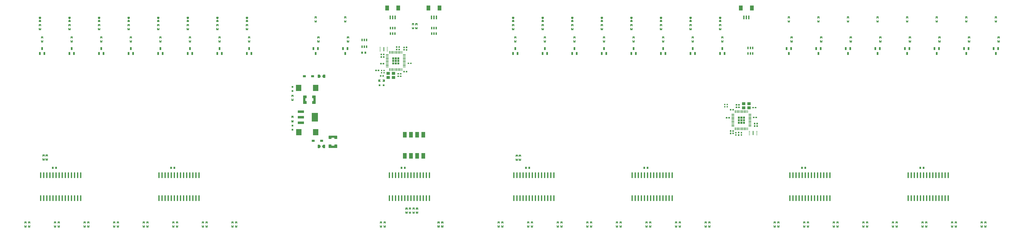
<source format=gtp>
G04 Layer: TopPasteMaskLayer*
G04 EasyEDA v6.5.34, 2023-08-15 01:36:41*
G04 4f68baccf90e46bd970f154785848b76,5a6b42c53f6a479593ecc07194224c93,10*
G04 Gerber Generator version 0.2*
G04 Scale: 100 percent, Rotated: No, Reflected: No *
G04 Dimensions in millimeters *
G04 leading zeros omitted , absolute positions ,4 integer and 5 decimal *
%FSLAX45Y45*%
%MOMM*%

%AMMACRO1*21,1,$1,$2,0,0,$3*%
%ADD10R,0.5500X0.5500*%
%ADD11R,0.5320X1.0720*%
%ADD12R,0.6000X1.5500*%
%ADD13R,1.5000X2.0000*%
%ADD14MACRO1,1.2X1.4X-90.0000*%
%ADD15R,1.4000X1.2000*%
%ADD16MACRO1,1.2X1.4X90.0000*%
%ADD17R,0.6000X0.2800*%
%ADD18R,0.3000X1.7000*%
%ADD19R,0.8000X0.8000*%
%ADD20R,1.2000X0.9500*%
%ADD21MACRO1,1.05X2.465X-90.0000*%
%ADD22MACRO1,3.54X2.465X90.0000*%
%ADD23MACRO1,2.592X2.2075X-90.0000*%
%ADD24O,0.5739892X2.3880064*%
%ADD25R,0.8000X0.9000*%
%ADD26R,0.5500X1.0000*%
%ADD27MACRO1,2.286X1.524X90.0000*%
%ADD28R,0.7000X1.2500*%
%ADD29R,0.0145X1.2500*%

%LPD*%
G36*
X33518195Y2950565D02*
G01*
X33513217Y2945587D01*
X33513217Y2897581D01*
X33518195Y2890570D01*
X33563204Y2890570D01*
X33568182Y2897581D01*
X33568182Y2945587D01*
X33563204Y2950565D01*
G37*
G36*
X33518195Y2854553D02*
G01*
X33513217Y2847543D01*
X33513217Y2799588D01*
X33518195Y2794558D01*
X33563204Y2794558D01*
X33568182Y2799588D01*
X33568182Y2847543D01*
X33563204Y2854553D01*
G37*
G36*
X33632495Y2884678D02*
G01*
X33627517Y2879699D01*
X33627517Y2831693D01*
X33632495Y2824683D01*
X33677504Y2824683D01*
X33682482Y2831693D01*
X33682482Y2879699D01*
X33677504Y2884678D01*
G37*
G36*
X33632495Y2788716D02*
G01*
X33627517Y2781706D01*
X33627517Y2733700D01*
X33632495Y2728722D01*
X33677504Y2728722D01*
X33682482Y2733700D01*
X33682482Y2781706D01*
X33677504Y2788716D01*
G37*
G36*
X33416595Y2955544D02*
G01*
X33411617Y2950565D01*
X33411617Y2897581D01*
X33416595Y2892552D01*
X33461604Y2892552D01*
X33466582Y2897581D01*
X33466582Y2950565D01*
X33461604Y2955544D01*
G37*
G36*
X33416595Y2852572D02*
G01*
X33411617Y2847543D01*
X33411617Y2794558D01*
X33416595Y2789580D01*
X33461604Y2789580D01*
X33466582Y2794558D01*
X33466582Y2847543D01*
X33461604Y2852572D01*
G37*
G36*
X34441993Y3913682D02*
G01*
X34437015Y3908704D01*
X34437015Y3863695D01*
X34441993Y3858717D01*
X34495028Y3858717D01*
X34500007Y3863695D01*
X34500007Y3908704D01*
X34495028Y3913682D01*
G37*
G36*
X34339022Y3913682D02*
G01*
X34333992Y3908704D01*
X34333992Y3863695D01*
X34339022Y3858717D01*
X34392006Y3858717D01*
X34396984Y3863695D01*
X34396984Y3908704D01*
X34392006Y3913682D01*
G37*
G36*
X33756193Y4030370D02*
G01*
X33751215Y4025341D01*
X33751215Y3980332D01*
X33756193Y3975354D01*
X33809228Y3975354D01*
X33814207Y3980332D01*
X33814207Y4025341D01*
X33809228Y4030370D01*
G37*
G36*
X33653222Y4030370D02*
G01*
X33648192Y4025341D01*
X33648192Y3980332D01*
X33653222Y3975354D01*
X33706206Y3975354D01*
X33711184Y3980332D01*
X33711184Y4025341D01*
X33706206Y4030370D01*
G37*
G36*
X33756193Y3928770D02*
G01*
X33751215Y3923741D01*
X33751215Y3878732D01*
X33756193Y3873754D01*
X33809228Y3873754D01*
X33814207Y3878732D01*
X33814207Y3923741D01*
X33809228Y3928770D01*
G37*
G36*
X33653222Y3928770D02*
G01*
X33648192Y3923741D01*
X33648192Y3878732D01*
X33653222Y3873754D01*
X33706206Y3873754D01*
X33711184Y3878732D01*
X33711184Y3923741D01*
X33706206Y3928770D01*
G37*
G36*
X34183624Y3117850D02*
G01*
X34183624Y3097834D01*
X34293606Y3097834D01*
X34293606Y3117850D01*
G37*
G36*
X34183624Y3157880D02*
G01*
X34183624Y3137865D01*
X34293606Y3137865D01*
X34293606Y3157880D01*
G37*
G36*
X34183624Y3197860D02*
G01*
X34183624Y3177844D01*
X34293606Y3177844D01*
X34293606Y3197860D01*
G37*
G36*
X34183624Y3237890D02*
G01*
X34183624Y3217875D01*
X34293606Y3217875D01*
X34293606Y3237890D01*
G37*
G36*
X34183624Y3277870D02*
G01*
X34183624Y3257854D01*
X34293606Y3257854D01*
X34293606Y3277870D01*
G37*
G36*
X34183624Y3317849D02*
G01*
X34183624Y3297834D01*
X34293606Y3297834D01*
X34293606Y3317849D01*
G37*
G36*
X34183624Y3357879D02*
G01*
X34183624Y3337864D01*
X34293606Y3337864D01*
X34293606Y3357879D01*
G37*
G36*
X34183624Y3397859D02*
G01*
X34183624Y3377844D01*
X34293606Y3377844D01*
X34293606Y3397859D01*
G37*
G36*
X34183624Y3437890D02*
G01*
X34183624Y3417874D01*
X34293606Y3417874D01*
X34293606Y3437890D01*
G37*
G36*
X34183624Y3477869D02*
G01*
X34183624Y3457854D01*
X34293606Y3457854D01*
X34293606Y3477869D01*
G37*
G36*
X34183624Y3517849D02*
G01*
X34183624Y3497834D01*
X34293606Y3497834D01*
X34293606Y3517849D01*
G37*
G36*
X34183624Y3557879D02*
G01*
X34183624Y3537864D01*
X34293606Y3537864D01*
X34293606Y3557879D01*
G37*
G36*
X34183624Y3597859D02*
G01*
X34183624Y3577844D01*
X34293606Y3577844D01*
X34293606Y3597859D01*
G37*
G36*
X34183624Y3637889D02*
G01*
X34183624Y3617874D01*
X34293606Y3617874D01*
X34293606Y3637889D01*
G37*
G36*
X34133586Y3777843D02*
G01*
X34133586Y3667861D01*
X34153602Y3667861D01*
X34153602Y3777843D01*
G37*
G36*
X34093607Y3777843D02*
G01*
X34093607Y3667861D01*
X34113622Y3667861D01*
X34113622Y3777843D01*
G37*
G36*
X34053627Y3777843D02*
G01*
X34053627Y3667861D01*
X34073592Y3667861D01*
X34073592Y3777843D01*
G37*
G36*
X34013597Y3777843D02*
G01*
X34013597Y3667861D01*
X34033612Y3667861D01*
X34033612Y3777843D01*
G37*
G36*
X33973617Y3777843D02*
G01*
X33973617Y3667861D01*
X33993582Y3667861D01*
X33993582Y3777843D01*
G37*
G36*
X33933587Y3777843D02*
G01*
X33933587Y3667861D01*
X33953602Y3667861D01*
X33953602Y3777843D01*
G37*
G36*
X33893607Y3777843D02*
G01*
X33893607Y3667861D01*
X33913622Y3667861D01*
X33913622Y3777843D01*
G37*
G36*
X33853628Y3777843D02*
G01*
X33853628Y3667861D01*
X33873592Y3667861D01*
X33873592Y3777843D01*
G37*
G36*
X33813597Y3777843D02*
G01*
X33813597Y3667861D01*
X33833612Y3667861D01*
X33833612Y3777843D01*
G37*
G36*
X33773618Y3777843D02*
G01*
X33773618Y3667861D01*
X33793582Y3667861D01*
X33793582Y3777843D01*
G37*
G36*
X33733587Y3777843D02*
G01*
X33733587Y3667861D01*
X33753602Y3667861D01*
X33753602Y3777843D01*
G37*
G36*
X33693608Y3777843D02*
G01*
X33693608Y3667861D01*
X33713623Y3667861D01*
X33713623Y3777843D01*
G37*
G36*
X33653628Y3777843D02*
G01*
X33653628Y3667861D01*
X33673592Y3667861D01*
X33673592Y3777843D01*
G37*
G36*
X33613598Y3777843D02*
G01*
X33613598Y3667861D01*
X33633613Y3667861D01*
X33633613Y3777843D01*
G37*
G36*
X33473593Y3637889D02*
G01*
X33473593Y3617874D01*
X33583575Y3617874D01*
X33583575Y3637889D01*
G37*
G36*
X33473593Y3597859D02*
G01*
X33473593Y3577844D01*
X33583575Y3577844D01*
X33583575Y3597859D01*
G37*
G36*
X33473593Y3557879D02*
G01*
X33473593Y3537864D01*
X33583575Y3537864D01*
X33583575Y3557879D01*
G37*
G36*
X33473593Y3517849D02*
G01*
X33473593Y3497834D01*
X33583575Y3497834D01*
X33583575Y3517849D01*
G37*
G36*
X33473593Y3477869D02*
G01*
X33473593Y3457854D01*
X33583575Y3457854D01*
X33583575Y3477869D01*
G37*
G36*
X33473593Y3437890D02*
G01*
X33473593Y3417874D01*
X33583575Y3417874D01*
X33583575Y3437890D01*
G37*
G36*
X33473593Y3397859D02*
G01*
X33473593Y3377844D01*
X33583575Y3377844D01*
X33583575Y3397859D01*
G37*
G36*
X33473593Y3357879D02*
G01*
X33473593Y3337864D01*
X33583575Y3337864D01*
X33583575Y3357879D01*
G37*
G36*
X33473593Y3317849D02*
G01*
X33473593Y3297834D01*
X33583575Y3297834D01*
X33583575Y3317849D01*
G37*
G36*
X33473593Y3277870D02*
G01*
X33473593Y3257854D01*
X33583575Y3257854D01*
X33583575Y3277870D01*
G37*
G36*
X33473593Y3237890D02*
G01*
X33473593Y3217875D01*
X33583575Y3217875D01*
X33583575Y3237890D01*
G37*
G36*
X33473593Y3197860D02*
G01*
X33473593Y3177844D01*
X33583575Y3177844D01*
X33583575Y3197860D01*
G37*
G36*
X33473593Y3157880D02*
G01*
X33473593Y3137865D01*
X33583575Y3137865D01*
X33583575Y3157880D01*
G37*
G36*
X33473593Y3117850D02*
G01*
X33473593Y3097834D01*
X33583575Y3097834D01*
X33583575Y3117850D01*
G37*
G36*
X33613598Y3067862D02*
G01*
X33613598Y2957880D01*
X33633613Y2957880D01*
X33633613Y3067862D01*
G37*
G36*
X33653628Y3067862D02*
G01*
X33653628Y2957880D01*
X33673592Y2957880D01*
X33673592Y3067862D01*
G37*
G36*
X33693608Y3067862D02*
G01*
X33693608Y2957880D01*
X33713623Y2957880D01*
X33713623Y3067862D01*
G37*
G36*
X33733587Y3067862D02*
G01*
X33733587Y2957880D01*
X33753602Y2957880D01*
X33753602Y3067862D01*
G37*
G36*
X33773618Y3067862D02*
G01*
X33773618Y2957880D01*
X33793582Y2957880D01*
X33793582Y3067862D01*
G37*
G36*
X33813597Y3067862D02*
G01*
X33813597Y2957880D01*
X33833612Y2957880D01*
X33833612Y3067862D01*
G37*
G36*
X33853628Y3067862D02*
G01*
X33853628Y2957880D01*
X33873592Y2957880D01*
X33873592Y3067862D01*
G37*
G36*
X33893607Y3067862D02*
G01*
X33893607Y2957880D01*
X33913622Y2957880D01*
X33913622Y3067862D01*
G37*
G36*
X33933587Y3067862D02*
G01*
X33933587Y2957880D01*
X33953602Y2957880D01*
X33953602Y3067862D01*
G37*
G36*
X33973617Y3067862D02*
G01*
X33973617Y2957880D01*
X33993582Y2957880D01*
X33993582Y3067862D01*
G37*
G36*
X34013597Y3067862D02*
G01*
X34013597Y2957880D01*
X34033612Y2957880D01*
X34033612Y3067862D01*
G37*
G36*
X34053627Y3067862D02*
G01*
X34053627Y2957880D01*
X34073592Y2957880D01*
X34073592Y3067862D01*
G37*
G36*
X34093607Y3067862D02*
G01*
X34093607Y2957880D01*
X34113622Y2957880D01*
X34113622Y3067862D01*
G37*
G36*
X34133586Y3067862D02*
G01*
X34133586Y2957880D01*
X34153602Y2957880D01*
X34153602Y3067862D01*
G37*
G36*
X33738616Y3302863D02*
G01*
X33738616Y3222853D01*
X33818576Y3222853D01*
X33818576Y3302863D01*
G37*
G36*
X33948573Y3302863D02*
G01*
X33948573Y3222853D01*
X34028583Y3222853D01*
X34028583Y3302863D01*
G37*
G36*
X33948624Y3512820D02*
G01*
X33948624Y3432810D01*
X34028583Y3432810D01*
X34028583Y3512820D01*
G37*
G36*
X33738616Y3512820D02*
G01*
X33738616Y3432860D01*
X33818626Y3432860D01*
X33818626Y3512820D01*
G37*
G36*
X33738616Y3407867D02*
G01*
X33738616Y3327857D01*
X33818626Y3327857D01*
X33818626Y3407867D01*
G37*
G36*
X33843620Y3302863D02*
G01*
X33843620Y3222853D01*
X33923579Y3222853D01*
X33923579Y3302863D01*
G37*
G36*
X33948624Y3407867D02*
G01*
X33948624Y3327857D01*
X34028583Y3327857D01*
X34028583Y3407867D01*
G37*
G36*
X33843620Y3407867D02*
G01*
X33843620Y3327857D01*
X33923579Y3327857D01*
X33923579Y3407867D01*
G37*
G36*
X33843620Y3513378D02*
G01*
X33843620Y3433368D01*
X33923579Y3433368D01*
X33923579Y3513378D01*
G37*
G36*
X33514893Y3827170D02*
G01*
X33509915Y3822141D01*
X33509915Y3777132D01*
X33514893Y3772154D01*
X33567928Y3772154D01*
X33572907Y3777132D01*
X33572907Y3822141D01*
X33567928Y3827170D01*
G37*
G36*
X33411922Y3827170D02*
G01*
X33406892Y3822141D01*
X33406892Y3777132D01*
X33411922Y3772154D01*
X33464906Y3772154D01*
X33469884Y3777132D01*
X33469884Y3822141D01*
X33464906Y3827170D01*
G37*
G36*
X34407195Y3157372D02*
G01*
X34402217Y3152343D01*
X34402217Y3099358D01*
X34407195Y3094380D01*
X34452204Y3094380D01*
X34457182Y3099358D01*
X34457182Y3152343D01*
X34452204Y3157372D01*
G37*
G36*
X34407195Y3260344D02*
G01*
X34402217Y3255365D01*
X34402217Y3202381D01*
X34407195Y3197352D01*
X34452204Y3197352D01*
X34457182Y3202381D01*
X34457182Y3255365D01*
X34452204Y3260344D01*
G37*
G36*
X34508795Y3157372D02*
G01*
X34503817Y3152343D01*
X34503817Y3099358D01*
X34508795Y3094380D01*
X34553804Y3094380D01*
X34558782Y3099358D01*
X34558782Y3152343D01*
X34553804Y3157372D01*
G37*
G36*
X34508795Y3260344D02*
G01*
X34503817Y3255365D01*
X34503817Y3202381D01*
X34508795Y3197352D01*
X34553804Y3197352D01*
X34558782Y3202381D01*
X34558782Y3255365D01*
X34553804Y3260344D01*
G37*
G36*
X34364422Y3509670D02*
G01*
X34359392Y3504641D01*
X34359392Y3459683D01*
X34364422Y3454654D01*
X34417406Y3454654D01*
X34422384Y3459632D01*
X34422384Y3504641D01*
X34417406Y3509670D01*
G37*
G36*
X34467393Y3509670D02*
G01*
X34462415Y3504641D01*
X34462415Y3459632D01*
X34467393Y3454654D01*
X34520378Y3454654D01*
X34525407Y3459632D01*
X34525407Y3504641D01*
X34520378Y3509670D01*
G37*
G36*
X33861095Y2884678D02*
G01*
X33856117Y2879699D01*
X33856117Y2831693D01*
X33861095Y2824683D01*
X33906104Y2824683D01*
X33911082Y2831693D01*
X33911082Y2879699D01*
X33906104Y2884678D01*
G37*
G36*
X33861095Y2788716D02*
G01*
X33856117Y2781706D01*
X33856117Y2733700D01*
X33861095Y2728722D01*
X33906104Y2728722D01*
X33911082Y2733700D01*
X33911082Y2781706D01*
X33906104Y2788716D01*
G37*
G36*
X33746795Y2889707D02*
G01*
X33741817Y2884678D01*
X33741817Y2831693D01*
X33746795Y2826715D01*
X33791804Y2826715D01*
X33796782Y2831693D01*
X33796782Y2884678D01*
X33791804Y2889707D01*
G37*
G36*
X33746795Y2786684D02*
G01*
X33741817Y2781706D01*
X33741817Y2728722D01*
X33746795Y2723692D01*
X33791804Y2723692D01*
X33796782Y2728722D01*
X33796782Y2781706D01*
X33791804Y2786684D01*
G37*
G36*
X33349793Y3496970D02*
G01*
X33344815Y3491941D01*
X33344815Y3446932D01*
X33349793Y3441954D01*
X33402777Y3441954D01*
X33407807Y3446983D01*
X33407807Y3491941D01*
X33402777Y3496970D01*
G37*
G36*
X33246822Y3496970D02*
G01*
X33241792Y3491941D01*
X33241792Y3446932D01*
X33246822Y3441954D01*
X33299806Y3441954D01*
X33304784Y3446932D01*
X33304784Y3491941D01*
X33299806Y3496970D01*
G37*
G36*
X16878452Y2732176D02*
G01*
X16868444Y2722168D01*
X16868444Y2601468D01*
X16878452Y2591511D01*
X16973905Y2591511D01*
X16983913Y2601468D01*
X16983913Y2629306D01*
X16993920Y2639314D01*
X17092879Y2639314D01*
X17102886Y2629306D01*
X17102886Y2601468D01*
X17112894Y2591511D01*
X17208347Y2591511D01*
X17218355Y2601468D01*
X17218355Y2722168D01*
X17208347Y2732176D01*
G37*
G36*
X16878452Y2361488D02*
G01*
X16868444Y2351481D01*
X16868444Y2230831D01*
X16878452Y2220823D01*
X17208347Y2220823D01*
X17218355Y2230831D01*
X17218355Y2351481D01*
X17208347Y2361488D01*
X17112894Y2361488D01*
X17102886Y2351481D01*
X17102886Y2323642D01*
X17092879Y2313686D01*
X16993920Y2313686D01*
X16983913Y2323642D01*
X16983913Y2351481D01*
X16973905Y2361488D01*
G37*
G36*
X16643096Y2353462D02*
G01*
X16604589Y2306624D01*
X16604589Y2262581D01*
X16643096Y2215743D01*
X16711828Y2215743D01*
X16721836Y2225751D01*
X16721836Y2343454D01*
X16711828Y2353462D01*
G37*
G36*
X16425316Y2353462D02*
G01*
X16415308Y2343454D01*
X16415308Y2225751D01*
X16425316Y2215743D01*
X16494099Y2215743D01*
X16532606Y2262581D01*
X16532606Y2306624D01*
X16494099Y2353462D01*
G37*
G36*
X16647972Y5250434D02*
G01*
X16609466Y5203596D01*
X16609466Y5159552D01*
X16647972Y5112766D01*
X16716756Y5112766D01*
X16726763Y5122722D01*
X16726763Y5240426D01*
X16716756Y5250434D01*
G37*
G36*
X16430244Y5250434D02*
G01*
X16420236Y5240426D01*
X16420236Y5122722D01*
X16430244Y5112766D01*
X16498976Y5112766D01*
X16537482Y5159552D01*
X16537482Y5203596D01*
X16498976Y5250434D01*
G37*
G36*
X15827603Y4389932D02*
G01*
X15817646Y4379976D01*
X15817646Y4050029D01*
X15827603Y4040022D01*
X15948304Y4040022D01*
X15958312Y4050029D01*
X15958312Y4145483D01*
X15948304Y4155490D01*
X15920466Y4155490D01*
X15910458Y4165498D01*
X15910458Y4264507D01*
X15920466Y4274464D01*
X15948304Y4274464D01*
X15958312Y4284472D01*
X15958312Y4379976D01*
X15948304Y4389932D01*
G37*
G36*
X16198291Y4389932D02*
G01*
X16188283Y4379976D01*
X16188283Y4284472D01*
X16198291Y4274464D01*
X16226129Y4274464D01*
X16236137Y4264507D01*
X16236137Y4165498D01*
X16226129Y4155490D01*
X16198291Y4155490D01*
X16188283Y4145483D01*
X16188283Y4050029D01*
X16198291Y4040022D01*
X16318941Y4040022D01*
X16328948Y4050029D01*
X16328948Y4379976D01*
X16318941Y4389932D01*
G37*
G36*
X15334792Y4256684D02*
G01*
X15329763Y4251706D01*
X15329763Y4171696D01*
X15334792Y4166717D01*
X15414802Y4166717D01*
X15419781Y4171696D01*
X15419781Y4251706D01*
X15414802Y4256684D01*
X15391993Y4256684D01*
X15391993Y4219702D01*
X15358973Y4219702D01*
X15358973Y4256684D01*
G37*
G36*
X15334792Y4415688D02*
G01*
X15329763Y4410710D01*
X15329763Y4331716D01*
X15334792Y4326686D01*
X15358973Y4326686D01*
X15358973Y4364685D01*
X15391993Y4364685D01*
X15391993Y4326686D01*
X15414802Y4326686D01*
X15419781Y4331716D01*
X15419781Y4410710D01*
X15414802Y4415688D01*
G37*
G36*
X15334792Y3374898D02*
G01*
X15329763Y3369868D01*
X15329763Y3284880D01*
X15334792Y3279901D01*
X15414802Y3279901D01*
X15419781Y3284880D01*
X15419781Y3369868D01*
X15414802Y3374898D01*
X15389809Y3374898D01*
X15389809Y3344875D01*
X15359786Y3344875D01*
X15359786Y3374898D01*
G37*
G36*
X15334792Y3549904D02*
G01*
X15329763Y3544874D01*
X15329763Y3459886D01*
X15334792Y3454908D01*
X15359786Y3454908D01*
X15359786Y3484879D01*
X15389809Y3484879D01*
X15389809Y3454908D01*
X15414802Y3454908D01*
X15419781Y3459886D01*
X15419781Y3544874D01*
X15414802Y3549904D01*
G37*
G36*
X25677571Y7514437D02*
G01*
X25646735Y7484770D01*
X25646735Y7431989D01*
X25653441Y7425283D01*
X25730758Y7425283D01*
X25737464Y7431989D01*
X25737464Y7484770D01*
X25706628Y7514437D01*
G37*
G36*
X25653441Y7636916D02*
G01*
X25646735Y7630210D01*
X25646735Y7577429D01*
X25677571Y7547762D01*
X25706628Y7547762D01*
X25737464Y7577429D01*
X25737464Y7630210D01*
X25730758Y7636916D01*
G37*
G36*
X26896771Y7514437D02*
G01*
X26865935Y7484770D01*
X26865935Y7431989D01*
X26872641Y7425283D01*
X26949958Y7425283D01*
X26956664Y7431989D01*
X26956664Y7484770D01*
X26925828Y7514437D01*
G37*
G36*
X26872641Y7636916D02*
G01*
X26865935Y7630210D01*
X26865935Y7577429D01*
X26896771Y7547762D01*
X26925828Y7547762D01*
X26956664Y7577429D01*
X26956664Y7630210D01*
X26949958Y7636916D01*
G37*
G36*
X28115971Y7514437D02*
G01*
X28085135Y7484770D01*
X28085135Y7431989D01*
X28091841Y7425283D01*
X28169158Y7425283D01*
X28175864Y7431989D01*
X28175864Y7484770D01*
X28145028Y7514437D01*
G37*
G36*
X28091841Y7636916D02*
G01*
X28085135Y7630210D01*
X28085135Y7577429D01*
X28115971Y7547762D01*
X28145028Y7547762D01*
X28175864Y7577429D01*
X28175864Y7630210D01*
X28169158Y7636916D01*
G37*
G36*
X29335171Y7514437D02*
G01*
X29304335Y7484770D01*
X29304335Y7431989D01*
X29311041Y7425283D01*
X29388358Y7425283D01*
X29395064Y7431989D01*
X29395064Y7484770D01*
X29364228Y7514437D01*
G37*
G36*
X29311041Y7636916D02*
G01*
X29304335Y7630210D01*
X29304335Y7577429D01*
X29335171Y7547762D01*
X29364228Y7547762D01*
X29395064Y7577429D01*
X29395064Y7630210D01*
X29388358Y7636916D01*
G37*
G36*
X30554371Y7514437D02*
G01*
X30523535Y7484770D01*
X30523535Y7431989D01*
X30530241Y7425283D01*
X30607558Y7425283D01*
X30614264Y7431989D01*
X30614264Y7484770D01*
X30583428Y7514437D01*
G37*
G36*
X30530241Y7636916D02*
G01*
X30523535Y7630210D01*
X30523535Y7577429D01*
X30554371Y7547762D01*
X30583428Y7547762D01*
X30614264Y7577429D01*
X30614264Y7630210D01*
X30607558Y7636916D01*
G37*
G36*
X31773571Y7514437D02*
G01*
X31742735Y7484770D01*
X31742735Y7431989D01*
X31749441Y7425283D01*
X31826758Y7425283D01*
X31833464Y7431989D01*
X31833464Y7484770D01*
X31802628Y7514437D01*
G37*
G36*
X31749441Y7636916D02*
G01*
X31742735Y7630210D01*
X31742735Y7577429D01*
X31773571Y7547762D01*
X31802628Y7547762D01*
X31833464Y7577429D01*
X31833464Y7630210D01*
X31826758Y7636916D01*
G37*
G36*
X32992771Y7514437D02*
G01*
X32961935Y7484770D01*
X32961935Y7431989D01*
X32968641Y7425283D01*
X33045958Y7425283D01*
X33052664Y7431989D01*
X33052664Y7484770D01*
X33021828Y7514437D01*
G37*
G36*
X32968641Y7636916D02*
G01*
X32961935Y7630210D01*
X32961935Y7577429D01*
X32992771Y7547762D01*
X33021828Y7547762D01*
X33052664Y7577429D01*
X33052664Y7630210D01*
X33045958Y7636916D01*
G37*
G36*
X24458371Y7514437D02*
G01*
X24427535Y7484770D01*
X24427535Y7431989D01*
X24434241Y7425283D01*
X24511558Y7425283D01*
X24518264Y7431989D01*
X24518264Y7484770D01*
X24487428Y7514437D01*
G37*
G36*
X24434241Y7636916D02*
G01*
X24427535Y7630210D01*
X24427535Y7577429D01*
X24458371Y7547762D01*
X24487428Y7547762D01*
X24518264Y7577429D01*
X24518264Y7630210D01*
X24511558Y7636916D01*
G37*
G36*
X27646020Y-815289D02*
G01*
X27640991Y-820318D01*
X27640991Y-900277D01*
X27646020Y-905306D01*
X27668778Y-905306D01*
X27668778Y-868273D01*
X27701798Y-868273D01*
X27701798Y-905306D01*
X27725979Y-905306D01*
X27731008Y-900277D01*
X27731008Y-820318D01*
X27725979Y-815289D01*
G37*
G36*
X27646020Y-975309D02*
G01*
X27640991Y-980287D01*
X27640991Y-1059281D01*
X27646020Y-1064310D01*
X27725979Y-1064310D01*
X27731008Y-1059281D01*
X27731008Y-980287D01*
X27725979Y-975309D01*
X27701798Y-975309D01*
X27701798Y-1013307D01*
X27668778Y-1013307D01*
X27668778Y-975309D01*
G37*
G36*
X27493620Y-815289D02*
G01*
X27488591Y-820318D01*
X27488591Y-900277D01*
X27493620Y-905306D01*
X27516378Y-905306D01*
X27516378Y-868273D01*
X27549398Y-868273D01*
X27549398Y-905306D01*
X27573579Y-905306D01*
X27578608Y-900277D01*
X27578608Y-820318D01*
X27573579Y-815289D01*
G37*
G36*
X27493620Y-975309D02*
G01*
X27488591Y-980287D01*
X27488591Y-1059281D01*
X27493620Y-1064310D01*
X27573579Y-1064310D01*
X27578608Y-1059281D01*
X27578608Y-980287D01*
X27573579Y-975309D01*
X27549398Y-975309D01*
X27549398Y-1013307D01*
X27516378Y-1013307D01*
X27516378Y-975309D01*
G37*
G36*
X26274420Y-815289D02*
G01*
X26269391Y-820318D01*
X26269391Y-900277D01*
X26274420Y-905306D01*
X26297178Y-905306D01*
X26297178Y-868273D01*
X26330198Y-868273D01*
X26330198Y-905306D01*
X26354379Y-905306D01*
X26359408Y-900277D01*
X26359408Y-820318D01*
X26354379Y-815289D01*
G37*
G36*
X26274420Y-975309D02*
G01*
X26269391Y-980287D01*
X26269391Y-1059281D01*
X26274420Y-1064310D01*
X26354379Y-1064310D01*
X26359408Y-1059281D01*
X26359408Y-980287D01*
X26354379Y-975309D01*
X26330198Y-975309D01*
X26330198Y-1013307D01*
X26297178Y-1013307D01*
X26297178Y-975309D01*
G37*
G36*
X26426820Y-815289D02*
G01*
X26421791Y-820318D01*
X26421791Y-900277D01*
X26426820Y-905306D01*
X26449578Y-905306D01*
X26449578Y-868273D01*
X26482598Y-868273D01*
X26482598Y-905306D01*
X26506779Y-905306D01*
X26511808Y-900277D01*
X26511808Y-820318D01*
X26506779Y-815289D01*
G37*
G36*
X26426820Y-975309D02*
G01*
X26421791Y-980287D01*
X26421791Y-1059281D01*
X26426820Y-1064310D01*
X26506779Y-1064310D01*
X26511808Y-1059281D01*
X26511808Y-980287D01*
X26506779Y-975309D01*
X26482598Y-975309D01*
X26482598Y-1013307D01*
X26449578Y-1013307D01*
X26449578Y-975309D01*
G37*
G36*
X25207620Y-815289D02*
G01*
X25202591Y-820318D01*
X25202591Y-900277D01*
X25207620Y-905306D01*
X25230378Y-905306D01*
X25230378Y-868273D01*
X25263398Y-868273D01*
X25263398Y-905306D01*
X25287579Y-905306D01*
X25292608Y-900277D01*
X25292608Y-820318D01*
X25287579Y-815289D01*
G37*
G36*
X25207620Y-975309D02*
G01*
X25202591Y-980287D01*
X25202591Y-1059281D01*
X25207620Y-1064310D01*
X25287579Y-1064310D01*
X25292608Y-1059281D01*
X25292608Y-980287D01*
X25287579Y-975309D01*
X25263398Y-975309D01*
X25263398Y-1013307D01*
X25230378Y-1013307D01*
X25230378Y-975309D01*
G37*
G36*
X25055220Y-815289D02*
G01*
X25050191Y-820318D01*
X25050191Y-900277D01*
X25055220Y-905306D01*
X25077978Y-905306D01*
X25077978Y-868273D01*
X25110998Y-868273D01*
X25110998Y-905306D01*
X25135179Y-905306D01*
X25140208Y-900277D01*
X25140208Y-820318D01*
X25135179Y-815289D01*
G37*
G36*
X25055220Y-975309D02*
G01*
X25050191Y-980287D01*
X25050191Y-1059281D01*
X25055220Y-1064310D01*
X25135179Y-1064310D01*
X25140208Y-1059281D01*
X25140208Y-980287D01*
X25135179Y-975309D01*
X25110998Y-975309D01*
X25110998Y-1013307D01*
X25077978Y-1013307D01*
X25077978Y-975309D01*
G37*
G36*
X23988420Y-815289D02*
G01*
X23983391Y-820318D01*
X23983391Y-900277D01*
X23988420Y-905306D01*
X24011178Y-905306D01*
X24011178Y-868273D01*
X24044198Y-868273D01*
X24044198Y-905306D01*
X24068379Y-905306D01*
X24073408Y-900277D01*
X24073408Y-820318D01*
X24068379Y-815289D01*
G37*
G36*
X23988420Y-975309D02*
G01*
X23983391Y-980287D01*
X23983391Y-1059281D01*
X23988420Y-1064310D01*
X24068379Y-1064310D01*
X24073408Y-1059281D01*
X24073408Y-980287D01*
X24068379Y-975309D01*
X24044198Y-975309D01*
X24044198Y-1013307D01*
X24011178Y-1013307D01*
X24011178Y-975309D01*
G37*
G36*
X23836020Y-815289D02*
G01*
X23830991Y-820318D01*
X23830991Y-900277D01*
X23836020Y-905306D01*
X23858778Y-905306D01*
X23858778Y-868273D01*
X23891798Y-868273D01*
X23891798Y-905306D01*
X23915979Y-905306D01*
X23921008Y-900277D01*
X23921008Y-820318D01*
X23915979Y-815289D01*
G37*
G36*
X23836020Y-975309D02*
G01*
X23830991Y-980287D01*
X23830991Y-1059281D01*
X23836020Y-1064310D01*
X23915979Y-1064310D01*
X23921008Y-1059281D01*
X23921008Y-980287D01*
X23915979Y-975309D01*
X23891798Y-975309D01*
X23891798Y-1013307D01*
X23858778Y-1013307D01*
X23858778Y-975309D01*
G37*
G36*
X32522820Y-815289D02*
G01*
X32517791Y-820318D01*
X32517791Y-900277D01*
X32522820Y-905306D01*
X32545578Y-905306D01*
X32545578Y-868273D01*
X32578598Y-868273D01*
X32578598Y-905306D01*
X32602779Y-905306D01*
X32607808Y-900277D01*
X32607808Y-820318D01*
X32602779Y-815289D01*
G37*
G36*
X32522820Y-975309D02*
G01*
X32517791Y-980287D01*
X32517791Y-1059281D01*
X32522820Y-1064310D01*
X32602779Y-1064310D01*
X32607808Y-1059281D01*
X32607808Y-980287D01*
X32602779Y-975309D01*
X32578598Y-975309D01*
X32578598Y-1013307D01*
X32545578Y-1013307D01*
X32545578Y-975309D01*
G37*
G36*
X32370420Y-815289D02*
G01*
X32365391Y-820318D01*
X32365391Y-900277D01*
X32370420Y-905306D01*
X32393178Y-905306D01*
X32393178Y-868273D01*
X32426198Y-868273D01*
X32426198Y-905306D01*
X32450379Y-905306D01*
X32455408Y-900277D01*
X32455408Y-820318D01*
X32450379Y-815289D01*
G37*
G36*
X32370420Y-975309D02*
G01*
X32365391Y-980287D01*
X32365391Y-1059281D01*
X32370420Y-1064310D01*
X32450379Y-1064310D01*
X32455408Y-1059281D01*
X32455408Y-980287D01*
X32450379Y-975309D01*
X32426198Y-975309D01*
X32426198Y-1013307D01*
X32393178Y-1013307D01*
X32393178Y-975309D01*
G37*
G36*
X31303620Y-815289D02*
G01*
X31298591Y-820318D01*
X31298591Y-900277D01*
X31303620Y-905306D01*
X31326378Y-905306D01*
X31326378Y-868273D01*
X31359398Y-868273D01*
X31359398Y-905306D01*
X31383579Y-905306D01*
X31388608Y-900277D01*
X31388608Y-820318D01*
X31383579Y-815289D01*
G37*
G36*
X31303620Y-975309D02*
G01*
X31298591Y-980287D01*
X31298591Y-1059281D01*
X31303620Y-1064310D01*
X31383579Y-1064310D01*
X31388608Y-1059281D01*
X31388608Y-980287D01*
X31383579Y-975309D01*
X31359398Y-975309D01*
X31359398Y-1013307D01*
X31326378Y-1013307D01*
X31326378Y-975309D01*
G37*
G36*
X31151220Y-815289D02*
G01*
X31146191Y-820318D01*
X31146191Y-900277D01*
X31151220Y-905306D01*
X31173978Y-905306D01*
X31173978Y-868273D01*
X31206998Y-868273D01*
X31206998Y-905306D01*
X31231179Y-905306D01*
X31236208Y-900277D01*
X31236208Y-820318D01*
X31231179Y-815289D01*
G37*
G36*
X31151220Y-975309D02*
G01*
X31146191Y-980287D01*
X31146191Y-1059281D01*
X31151220Y-1064310D01*
X31231179Y-1064310D01*
X31236208Y-1059281D01*
X31236208Y-980287D01*
X31231179Y-975309D01*
X31206998Y-975309D01*
X31206998Y-1013307D01*
X31173978Y-1013307D01*
X31173978Y-975309D01*
G37*
G36*
X30084420Y-815289D02*
G01*
X30079391Y-820318D01*
X30079391Y-900277D01*
X30084420Y-905306D01*
X30107178Y-905306D01*
X30107178Y-868273D01*
X30140198Y-868273D01*
X30140198Y-905306D01*
X30164379Y-905306D01*
X30169408Y-900277D01*
X30169408Y-820318D01*
X30164379Y-815289D01*
G37*
G36*
X30084420Y-975309D02*
G01*
X30079391Y-980287D01*
X30079391Y-1059281D01*
X30084420Y-1064310D01*
X30164379Y-1064310D01*
X30169408Y-1059281D01*
X30169408Y-980287D01*
X30164379Y-975309D01*
X30140198Y-975309D01*
X30140198Y-1013307D01*
X30107178Y-1013307D01*
X30107178Y-975309D01*
G37*
G36*
X29932020Y-815289D02*
G01*
X29926991Y-820318D01*
X29926991Y-900277D01*
X29932020Y-905306D01*
X29954778Y-905306D01*
X29954778Y-868273D01*
X29987798Y-868273D01*
X29987798Y-905306D01*
X30011979Y-905306D01*
X30017008Y-900277D01*
X30017008Y-820318D01*
X30011979Y-815289D01*
G37*
G36*
X29932020Y-975309D02*
G01*
X29926991Y-980287D01*
X29926991Y-1059281D01*
X29932020Y-1064310D01*
X30011979Y-1064310D01*
X30017008Y-1059281D01*
X30017008Y-980287D01*
X30011979Y-975309D01*
X29987798Y-975309D01*
X29987798Y-1013307D01*
X29954778Y-1013307D01*
X29954778Y-975309D01*
G37*
G36*
X28865220Y-815289D02*
G01*
X28860191Y-820318D01*
X28860191Y-900277D01*
X28865220Y-905306D01*
X28887978Y-905306D01*
X28887978Y-868273D01*
X28920998Y-868273D01*
X28920998Y-905306D01*
X28945179Y-905306D01*
X28950208Y-900277D01*
X28950208Y-820318D01*
X28945179Y-815289D01*
G37*
G36*
X28865220Y-975309D02*
G01*
X28860191Y-980287D01*
X28860191Y-1059281D01*
X28865220Y-1064310D01*
X28945179Y-1064310D01*
X28950208Y-1059281D01*
X28950208Y-980287D01*
X28945179Y-975309D01*
X28920998Y-975309D01*
X28920998Y-1013307D01*
X28887978Y-1013307D01*
X28887978Y-975309D01*
G37*
G36*
X28712820Y-815289D02*
G01*
X28707791Y-820318D01*
X28707791Y-900277D01*
X28712820Y-905306D01*
X28735578Y-905306D01*
X28735578Y-868273D01*
X28768598Y-868273D01*
X28768598Y-905306D01*
X28792779Y-905306D01*
X28797808Y-900277D01*
X28797808Y-820318D01*
X28792779Y-815289D01*
G37*
G36*
X28712820Y-975309D02*
G01*
X28707791Y-980287D01*
X28707791Y-1059281D01*
X28712820Y-1064310D01*
X28792779Y-1064310D01*
X28797808Y-1059281D01*
X28797808Y-980287D01*
X28792779Y-975309D01*
X28768598Y-975309D01*
X28768598Y-1013307D01*
X28735578Y-1013307D01*
X28735578Y-975309D01*
G37*
G36*
X39025220Y-815289D02*
G01*
X39020191Y-820318D01*
X39020191Y-900277D01*
X39025220Y-905306D01*
X39047978Y-905306D01*
X39047978Y-868273D01*
X39080998Y-868273D01*
X39080998Y-905306D01*
X39105179Y-905306D01*
X39110208Y-900277D01*
X39110208Y-820318D01*
X39105179Y-815289D01*
G37*
G36*
X39025220Y-975309D02*
G01*
X39020191Y-980287D01*
X39020191Y-1059281D01*
X39025220Y-1064310D01*
X39105179Y-1064310D01*
X39110208Y-1059281D01*
X39110208Y-980287D01*
X39105179Y-975309D01*
X39080998Y-975309D01*
X39080998Y-1013307D01*
X39047978Y-1013307D01*
X39047978Y-975309D01*
G37*
G36*
X38872820Y-815289D02*
G01*
X38867791Y-820318D01*
X38867791Y-900277D01*
X38872820Y-905306D01*
X38895578Y-905306D01*
X38895578Y-868273D01*
X38928598Y-868273D01*
X38928598Y-905306D01*
X38952779Y-905306D01*
X38957808Y-900277D01*
X38957808Y-820318D01*
X38952779Y-815289D01*
G37*
G36*
X38872820Y-975309D02*
G01*
X38867791Y-980287D01*
X38867791Y-1059281D01*
X38872820Y-1064310D01*
X38952779Y-1064310D01*
X38957808Y-1059281D01*
X38957808Y-980287D01*
X38952779Y-975309D01*
X38928598Y-975309D01*
X38928598Y-1013307D01*
X38895578Y-1013307D01*
X38895578Y-975309D01*
G37*
G36*
X37653620Y-815289D02*
G01*
X37648591Y-820318D01*
X37648591Y-900277D01*
X37653620Y-905306D01*
X37676378Y-905306D01*
X37676378Y-868273D01*
X37709398Y-868273D01*
X37709398Y-905306D01*
X37733579Y-905306D01*
X37738608Y-900277D01*
X37738608Y-820318D01*
X37733579Y-815289D01*
G37*
G36*
X37653620Y-975309D02*
G01*
X37648591Y-980287D01*
X37648591Y-1059281D01*
X37653620Y-1064310D01*
X37733579Y-1064310D01*
X37738608Y-1059281D01*
X37738608Y-980287D01*
X37733579Y-975309D01*
X37709398Y-975309D01*
X37709398Y-1013307D01*
X37676378Y-1013307D01*
X37676378Y-975309D01*
G37*
G36*
X37806020Y-815289D02*
G01*
X37800991Y-820318D01*
X37800991Y-900277D01*
X37806020Y-905306D01*
X37828778Y-905306D01*
X37828778Y-868273D01*
X37861798Y-868273D01*
X37861798Y-905306D01*
X37885979Y-905306D01*
X37891008Y-900277D01*
X37891008Y-820318D01*
X37885979Y-815289D01*
G37*
G36*
X37806020Y-975309D02*
G01*
X37800991Y-980287D01*
X37800991Y-1059281D01*
X37806020Y-1064310D01*
X37885979Y-1064310D01*
X37891008Y-1059281D01*
X37891008Y-980287D01*
X37885979Y-975309D01*
X37861798Y-975309D01*
X37861798Y-1013307D01*
X37828778Y-1013307D01*
X37828778Y-975309D01*
G37*
G36*
X36586820Y-815289D02*
G01*
X36581791Y-820318D01*
X36581791Y-900277D01*
X36586820Y-905306D01*
X36609578Y-905306D01*
X36609578Y-868273D01*
X36642598Y-868273D01*
X36642598Y-905306D01*
X36666779Y-905306D01*
X36671808Y-900277D01*
X36671808Y-820318D01*
X36666779Y-815289D01*
G37*
G36*
X36586820Y-975309D02*
G01*
X36581791Y-980287D01*
X36581791Y-1059281D01*
X36586820Y-1064310D01*
X36666779Y-1064310D01*
X36671808Y-1059281D01*
X36671808Y-980287D01*
X36666779Y-975309D01*
X36642598Y-975309D01*
X36642598Y-1013307D01*
X36609578Y-1013307D01*
X36609578Y-975309D01*
G37*
G36*
X36434420Y-815289D02*
G01*
X36429391Y-820318D01*
X36429391Y-900277D01*
X36434420Y-905306D01*
X36457178Y-905306D01*
X36457178Y-868273D01*
X36490198Y-868273D01*
X36490198Y-905306D01*
X36514379Y-905306D01*
X36519408Y-900277D01*
X36519408Y-820318D01*
X36514379Y-815289D01*
G37*
G36*
X36434420Y-975309D02*
G01*
X36429391Y-980287D01*
X36429391Y-1059281D01*
X36434420Y-1064310D01*
X36514379Y-1064310D01*
X36519408Y-1059281D01*
X36519408Y-980287D01*
X36514379Y-975309D01*
X36490198Y-975309D01*
X36490198Y-1013307D01*
X36457178Y-1013307D01*
X36457178Y-975309D01*
G37*
G36*
X35367620Y-815289D02*
G01*
X35362591Y-820318D01*
X35362591Y-900277D01*
X35367620Y-905306D01*
X35390378Y-905306D01*
X35390378Y-868273D01*
X35423398Y-868273D01*
X35423398Y-905306D01*
X35447579Y-905306D01*
X35452608Y-900277D01*
X35452608Y-820318D01*
X35447579Y-815289D01*
G37*
G36*
X35367620Y-975309D02*
G01*
X35362591Y-980287D01*
X35362591Y-1059281D01*
X35367620Y-1064310D01*
X35447579Y-1064310D01*
X35452608Y-1059281D01*
X35452608Y-980287D01*
X35447579Y-975309D01*
X35423398Y-975309D01*
X35423398Y-1013307D01*
X35390378Y-1013307D01*
X35390378Y-975309D01*
G37*
G36*
X35215220Y-815289D02*
G01*
X35210191Y-820318D01*
X35210191Y-900277D01*
X35215220Y-905306D01*
X35237978Y-905306D01*
X35237978Y-868273D01*
X35270998Y-868273D01*
X35270998Y-905306D01*
X35295179Y-905306D01*
X35300208Y-900277D01*
X35300208Y-820318D01*
X35295179Y-815289D01*
G37*
G36*
X35215220Y-975309D02*
G01*
X35210191Y-980287D01*
X35210191Y-1059281D01*
X35215220Y-1064310D01*
X35295179Y-1064310D01*
X35300208Y-1059281D01*
X35300208Y-980287D01*
X35295179Y-975309D01*
X35270998Y-975309D01*
X35270998Y-1013307D01*
X35237978Y-1013307D01*
X35237978Y-975309D01*
G37*
G36*
X43902020Y-815289D02*
G01*
X43896991Y-820318D01*
X43896991Y-900277D01*
X43902020Y-905306D01*
X43924778Y-905306D01*
X43924778Y-868273D01*
X43957798Y-868273D01*
X43957798Y-905306D01*
X43981979Y-905306D01*
X43987008Y-900277D01*
X43987008Y-820318D01*
X43981979Y-815289D01*
G37*
G36*
X43902020Y-975309D02*
G01*
X43896991Y-980287D01*
X43896991Y-1059281D01*
X43902020Y-1064310D01*
X43981979Y-1064310D01*
X43987008Y-1059281D01*
X43987008Y-980287D01*
X43981979Y-975309D01*
X43957798Y-975309D01*
X43957798Y-1013307D01*
X43924778Y-1013307D01*
X43924778Y-975309D01*
G37*
G36*
X43749620Y-815289D02*
G01*
X43744591Y-820318D01*
X43744591Y-900277D01*
X43749620Y-905306D01*
X43772378Y-905306D01*
X43772378Y-868273D01*
X43805398Y-868273D01*
X43805398Y-905306D01*
X43829579Y-905306D01*
X43834608Y-900277D01*
X43834608Y-820318D01*
X43829579Y-815289D01*
G37*
G36*
X43749620Y-975309D02*
G01*
X43744591Y-980287D01*
X43744591Y-1059281D01*
X43749620Y-1064310D01*
X43829579Y-1064310D01*
X43834608Y-1059281D01*
X43834608Y-980287D01*
X43829579Y-975309D01*
X43805398Y-975309D01*
X43805398Y-1013307D01*
X43772378Y-1013307D01*
X43772378Y-975309D01*
G37*
G36*
X42682820Y-815289D02*
G01*
X42677791Y-820318D01*
X42677791Y-900277D01*
X42682820Y-905306D01*
X42705578Y-905306D01*
X42705578Y-868273D01*
X42738598Y-868273D01*
X42738598Y-905306D01*
X42762779Y-905306D01*
X42767808Y-900277D01*
X42767808Y-820318D01*
X42762779Y-815289D01*
G37*
G36*
X42682820Y-975309D02*
G01*
X42677791Y-980287D01*
X42677791Y-1059281D01*
X42682820Y-1064310D01*
X42762779Y-1064310D01*
X42767808Y-1059281D01*
X42767808Y-980287D01*
X42762779Y-975309D01*
X42738598Y-975309D01*
X42738598Y-1013307D01*
X42705578Y-1013307D01*
X42705578Y-975309D01*
G37*
G36*
X42530420Y-815289D02*
G01*
X42525391Y-820318D01*
X42525391Y-900277D01*
X42530420Y-905306D01*
X42553178Y-905306D01*
X42553178Y-868273D01*
X42586198Y-868273D01*
X42586198Y-905306D01*
X42610379Y-905306D01*
X42615408Y-900277D01*
X42615408Y-820318D01*
X42610379Y-815289D01*
G37*
G36*
X42530420Y-975309D02*
G01*
X42525391Y-980287D01*
X42525391Y-1059281D01*
X42530420Y-1064310D01*
X42610379Y-1064310D01*
X42615408Y-1059281D01*
X42615408Y-980287D01*
X42610379Y-975309D01*
X42586198Y-975309D01*
X42586198Y-1013307D01*
X42553178Y-1013307D01*
X42553178Y-975309D01*
G37*
G36*
X41463620Y-815289D02*
G01*
X41458591Y-820318D01*
X41458591Y-900277D01*
X41463620Y-905306D01*
X41486378Y-905306D01*
X41486378Y-868273D01*
X41519398Y-868273D01*
X41519398Y-905306D01*
X41543579Y-905306D01*
X41548608Y-900277D01*
X41548608Y-820318D01*
X41543579Y-815289D01*
G37*
G36*
X41463620Y-975309D02*
G01*
X41458591Y-980287D01*
X41458591Y-1059281D01*
X41463620Y-1064310D01*
X41543579Y-1064310D01*
X41548608Y-1059281D01*
X41548608Y-980287D01*
X41543579Y-975309D01*
X41519398Y-975309D01*
X41519398Y-1013307D01*
X41486378Y-1013307D01*
X41486378Y-975309D01*
G37*
G36*
X41311220Y-815289D02*
G01*
X41306191Y-820318D01*
X41306191Y-900277D01*
X41311220Y-905306D01*
X41333978Y-905306D01*
X41333978Y-868273D01*
X41366998Y-868273D01*
X41366998Y-905306D01*
X41391179Y-905306D01*
X41396208Y-900277D01*
X41396208Y-820318D01*
X41391179Y-815289D01*
G37*
G36*
X41311220Y-975309D02*
G01*
X41306191Y-980287D01*
X41306191Y-1059281D01*
X41311220Y-1064310D01*
X41391179Y-1064310D01*
X41396208Y-1059281D01*
X41396208Y-980287D01*
X41391179Y-975309D01*
X41366998Y-975309D01*
X41366998Y-1013307D01*
X41333978Y-1013307D01*
X41333978Y-975309D01*
G37*
G36*
X40244420Y-815289D02*
G01*
X40239391Y-820318D01*
X40239391Y-900277D01*
X40244420Y-905306D01*
X40267178Y-905306D01*
X40267178Y-868273D01*
X40300198Y-868273D01*
X40300198Y-905306D01*
X40324379Y-905306D01*
X40329408Y-900277D01*
X40329408Y-820318D01*
X40324379Y-815289D01*
G37*
G36*
X40244420Y-975309D02*
G01*
X40239391Y-980287D01*
X40239391Y-1059281D01*
X40244420Y-1064310D01*
X40324379Y-1064310D01*
X40329408Y-1059281D01*
X40329408Y-980287D01*
X40324379Y-975309D01*
X40300198Y-975309D01*
X40300198Y-1013307D01*
X40267178Y-1013307D01*
X40267178Y-975309D01*
G37*
G36*
X40092020Y-815289D02*
G01*
X40086991Y-820318D01*
X40086991Y-900277D01*
X40092020Y-905306D01*
X40114778Y-905306D01*
X40114778Y-868273D01*
X40147798Y-868273D01*
X40147798Y-905306D01*
X40171979Y-905306D01*
X40177008Y-900277D01*
X40177008Y-820318D01*
X40171979Y-815289D01*
G37*
G36*
X40092020Y-975309D02*
G01*
X40086991Y-980287D01*
X40086991Y-1059281D01*
X40092020Y-1064310D01*
X40171979Y-1064310D01*
X40177008Y-1059281D01*
X40177008Y-980287D01*
X40171979Y-975309D01*
X40147798Y-975309D01*
X40147798Y-1013307D01*
X40114778Y-1013307D01*
X40114778Y-975309D01*
G37*
G36*
X18984620Y-815289D02*
G01*
X18979591Y-820318D01*
X18979591Y-900277D01*
X18984620Y-905306D01*
X19007378Y-905306D01*
X19007378Y-868273D01*
X19040398Y-868273D01*
X19040398Y-905306D01*
X19064579Y-905306D01*
X19069608Y-900277D01*
X19069608Y-820318D01*
X19064579Y-815289D01*
G37*
G36*
X18984620Y-975309D02*
G01*
X18979591Y-980287D01*
X18979591Y-1059281D01*
X18984620Y-1064310D01*
X19064579Y-1064310D01*
X19069608Y-1059281D01*
X19069608Y-980287D01*
X19064579Y-975309D01*
X19040398Y-975309D01*
X19040398Y-1013307D01*
X19007378Y-1013307D01*
X19007378Y-975309D01*
G37*
G36*
X19137020Y-815289D02*
G01*
X19131991Y-820318D01*
X19131991Y-900277D01*
X19137020Y-905306D01*
X19159778Y-905306D01*
X19159778Y-868273D01*
X19192798Y-868273D01*
X19192798Y-905306D01*
X19216979Y-905306D01*
X19222008Y-900277D01*
X19222008Y-820318D01*
X19216979Y-815289D01*
G37*
G36*
X19137020Y-975309D02*
G01*
X19131991Y-980287D01*
X19131991Y-1059281D01*
X19137020Y-1064310D01*
X19216979Y-1064310D01*
X19222008Y-1059281D01*
X19222008Y-980287D01*
X19216979Y-975309D01*
X19192798Y-975309D01*
X19192798Y-1013307D01*
X19159778Y-1013307D01*
X19159778Y-975309D01*
G37*
G36*
X20038720Y-243789D02*
G01*
X20033691Y-248818D01*
X20033691Y-328777D01*
X20038720Y-333806D01*
X20061478Y-333806D01*
X20061478Y-296773D01*
X20094498Y-296773D01*
X20094498Y-333806D01*
X20118679Y-333806D01*
X20123708Y-328777D01*
X20123708Y-248818D01*
X20118679Y-243789D01*
G37*
G36*
X20038720Y-403809D02*
G01*
X20033691Y-408787D01*
X20033691Y-487781D01*
X20038720Y-492810D01*
X20118679Y-492810D01*
X20123708Y-487781D01*
X20123708Y-408787D01*
X20118679Y-403809D01*
X20094498Y-403809D01*
X20094498Y-441807D01*
X20061478Y-441807D01*
X20061478Y-403809D01*
G37*
G36*
X20178420Y-243789D02*
G01*
X20173391Y-248818D01*
X20173391Y-328777D01*
X20178420Y-333806D01*
X20201178Y-333806D01*
X20201178Y-296773D01*
X20234198Y-296773D01*
X20234198Y-333806D01*
X20258379Y-333806D01*
X20263408Y-328777D01*
X20263408Y-248818D01*
X20258379Y-243789D01*
G37*
G36*
X20178420Y-403809D02*
G01*
X20173391Y-408787D01*
X20173391Y-487781D01*
X20178420Y-492810D01*
X20258379Y-492810D01*
X20263408Y-487781D01*
X20263408Y-408787D01*
X20258379Y-403809D01*
X20234198Y-403809D01*
X20234198Y-441807D01*
X20201178Y-441807D01*
X20201178Y-403809D01*
G37*
G36*
X20330820Y-243789D02*
G01*
X20325791Y-248818D01*
X20325791Y-328777D01*
X20330820Y-333806D01*
X20353578Y-333806D01*
X20353578Y-296773D01*
X20386598Y-296773D01*
X20386598Y-333806D01*
X20410779Y-333806D01*
X20415808Y-328777D01*
X20415808Y-248818D01*
X20410779Y-243789D01*
G37*
G36*
X20330820Y-403809D02*
G01*
X20325791Y-408787D01*
X20325791Y-487781D01*
X20330820Y-492810D01*
X20410779Y-492810D01*
X20415808Y-487781D01*
X20415808Y-408787D01*
X20410779Y-403809D01*
X20386598Y-403809D01*
X20386598Y-441807D01*
X20353578Y-441807D01*
X20353578Y-403809D01*
G37*
G36*
X20470520Y-243789D02*
G01*
X20465491Y-248818D01*
X20465491Y-328777D01*
X20470520Y-333806D01*
X20493278Y-333806D01*
X20493278Y-296773D01*
X20526298Y-296773D01*
X20526298Y-333806D01*
X20550479Y-333806D01*
X20555508Y-328777D01*
X20555508Y-248818D01*
X20550479Y-243789D01*
G37*
G36*
X20470520Y-403809D02*
G01*
X20465491Y-408787D01*
X20465491Y-487781D01*
X20470520Y-492810D01*
X20550479Y-492810D01*
X20555508Y-487781D01*
X20555508Y-408787D01*
X20550479Y-403809D01*
X20526298Y-403809D01*
X20526298Y-441807D01*
X20493278Y-441807D01*
X20493278Y-403809D01*
G37*
G36*
X21359520Y-815289D02*
G01*
X21354491Y-820318D01*
X21354491Y-900277D01*
X21359520Y-905306D01*
X21382278Y-905306D01*
X21382278Y-868273D01*
X21415298Y-868273D01*
X21415298Y-905306D01*
X21439479Y-905306D01*
X21444508Y-900277D01*
X21444508Y-820318D01*
X21439479Y-815289D01*
G37*
G36*
X21359520Y-975309D02*
G01*
X21354491Y-980287D01*
X21354491Y-1059281D01*
X21359520Y-1064310D01*
X21439479Y-1064310D01*
X21444508Y-1059281D01*
X21444508Y-980287D01*
X21439479Y-975309D01*
X21415298Y-975309D01*
X21415298Y-1013307D01*
X21382278Y-1013307D01*
X21382278Y-975309D01*
G37*
G36*
X21511920Y-815289D02*
G01*
X21506891Y-820318D01*
X21506891Y-900277D01*
X21511920Y-905306D01*
X21534678Y-905306D01*
X21534678Y-868273D01*
X21567698Y-868273D01*
X21567698Y-905306D01*
X21591879Y-905306D01*
X21596908Y-900277D01*
X21596908Y-820318D01*
X21591879Y-815289D01*
G37*
G36*
X21511920Y-975309D02*
G01*
X21506891Y-980287D01*
X21506891Y-1059281D01*
X21511920Y-1064310D01*
X21591879Y-1064310D01*
X21596908Y-1059281D01*
X21596908Y-980287D01*
X21591879Y-975309D01*
X21567698Y-975309D01*
X21567698Y-1013307D01*
X21534678Y-1013307D01*
X21534678Y-975309D01*
G37*
G36*
X18897193Y5450382D02*
G01*
X18892215Y5445404D01*
X18892215Y5400395D01*
X18897193Y5395417D01*
X18950178Y5395417D01*
X18955207Y5400395D01*
X18955207Y5445404D01*
X18950178Y5450382D01*
G37*
G36*
X18794222Y5450382D02*
G01*
X18789192Y5445404D01*
X18789192Y5400395D01*
X18794222Y5395417D01*
X18847206Y5395417D01*
X18852184Y5400395D01*
X18852184Y5445404D01*
X18847206Y5450382D01*
G37*
G36*
X19100393Y5729782D02*
G01*
X19095415Y5724804D01*
X19095415Y5679795D01*
X19100393Y5674817D01*
X19153378Y5674817D01*
X19158407Y5679795D01*
X19158407Y5724804D01*
X19153378Y5729782D01*
G37*
G36*
X18997422Y5729782D02*
G01*
X18992392Y5724804D01*
X18992392Y5679795D01*
X18997422Y5674817D01*
X19050406Y5674817D01*
X19055384Y5679795D01*
X19055384Y5724804D01*
X19050406Y5729782D01*
G37*
G36*
X19014795Y6115507D02*
G01*
X19009817Y6110478D01*
X19009817Y6057493D01*
X19014795Y6052515D01*
X19059804Y6052515D01*
X19064782Y6057493D01*
X19064782Y6110478D01*
X19059804Y6115507D01*
G37*
G36*
X19014795Y6012484D02*
G01*
X19009817Y6007506D01*
X19009817Y5954522D01*
X19014795Y5949492D01*
X19059804Y5949492D01*
X19064782Y5954522D01*
X19064782Y6007506D01*
X19059804Y6012484D01*
G37*
G36*
X19116395Y6115507D02*
G01*
X19111417Y6110478D01*
X19111417Y6057493D01*
X19116395Y6052515D01*
X19161404Y6052515D01*
X19166382Y6057493D01*
X19166382Y6110478D01*
X19161404Y6115507D01*
G37*
G36*
X19116395Y6012484D02*
G01*
X19111417Y6007506D01*
X19111417Y5954522D01*
X19116395Y5949492D01*
X19161404Y5949492D01*
X19166382Y5954522D01*
X19166382Y6007506D01*
X19161404Y6012484D01*
G37*
G36*
X20127722Y5742482D02*
G01*
X20122692Y5737504D01*
X20122692Y5692495D01*
X20127722Y5687517D01*
X20180706Y5687517D01*
X20185684Y5692495D01*
X20185684Y5737504D01*
X20180706Y5742482D01*
G37*
G36*
X20230693Y5742482D02*
G01*
X20225715Y5737504D01*
X20225715Y5692495D01*
X20230693Y5687517D01*
X20283678Y5687517D01*
X20288707Y5692495D01*
X20288707Y5737504D01*
X20283678Y5742482D01*
G37*
G36*
X19949922Y5399582D02*
G01*
X19944892Y5394604D01*
X19944892Y5349595D01*
X19949922Y5344617D01*
X20002906Y5344617D01*
X20007884Y5349595D01*
X20007884Y5394604D01*
X20002906Y5399582D01*
G37*
G36*
X20052893Y5399582D02*
G01*
X20047915Y5394604D01*
X20047915Y5349595D01*
X20052893Y5344617D01*
X20105878Y5344617D01*
X20110907Y5349595D01*
X20110907Y5394604D01*
X20105878Y5399582D01*
G37*
G36*
X19748093Y6415582D02*
G01*
X19743115Y6410604D01*
X19743115Y6365595D01*
X19748093Y6360617D01*
X19801078Y6360617D01*
X19806107Y6365595D01*
X19806107Y6410604D01*
X19801078Y6415582D01*
G37*
G36*
X19645122Y6415582D02*
G01*
X19640092Y6410604D01*
X19640092Y6365595D01*
X19645122Y6360617D01*
X19698106Y6360617D01*
X19703084Y6365595D01*
X19703084Y6410604D01*
X19698106Y6415582D01*
G37*
G36*
X19224193Y6086602D02*
G01*
X19224193Y6066586D01*
X19334175Y6066586D01*
X19334175Y6086602D01*
G37*
G36*
X19224193Y6046622D02*
G01*
X19224193Y6026607D01*
X19334175Y6026607D01*
X19334175Y6046622D01*
G37*
G36*
X19224193Y6006592D02*
G01*
X19224193Y5986576D01*
X19334175Y5986576D01*
X19334175Y6006592D01*
G37*
G36*
X19224193Y5966561D02*
G01*
X19224193Y5946597D01*
X19334175Y5946597D01*
X19334175Y5966561D01*
G37*
G36*
X19224193Y5926632D02*
G01*
X19224193Y5906617D01*
X19334175Y5906617D01*
X19334175Y5926632D01*
G37*
G36*
X19224193Y5886602D02*
G01*
X19224193Y5866587D01*
X19334175Y5866587D01*
X19334175Y5886602D01*
G37*
G36*
X19224193Y5846622D02*
G01*
X19224193Y5826607D01*
X19334175Y5826607D01*
X19334175Y5846622D01*
G37*
G36*
X19224193Y5806592D02*
G01*
X19224193Y5786577D01*
X19334175Y5786577D01*
X19334175Y5806592D01*
G37*
G36*
X19224193Y5766612D02*
G01*
X19224193Y5746597D01*
X19334175Y5746597D01*
X19334175Y5766612D01*
G37*
G36*
X19224193Y5726633D02*
G01*
X19224193Y5706618D01*
X19334175Y5706618D01*
X19334175Y5726633D01*
G37*
G36*
X19224193Y5686602D02*
G01*
X19224193Y5666587D01*
X19334175Y5666587D01*
X19334175Y5686602D01*
G37*
G36*
X19224193Y5646572D02*
G01*
X19224193Y5626608D01*
X19334175Y5626608D01*
X19334175Y5646572D01*
G37*
G36*
X19224193Y5606592D02*
G01*
X19224193Y5586577D01*
X19334175Y5586577D01*
X19334175Y5606592D01*
G37*
G36*
X19224193Y5566613D02*
G01*
X19224193Y5546598D01*
X19334175Y5546598D01*
X19334175Y5566613D01*
G37*
G36*
X19364198Y5516626D02*
G01*
X19364198Y5406593D01*
X19384213Y5406593D01*
X19384213Y5516626D01*
G37*
G36*
X19404177Y5516626D02*
G01*
X19404177Y5406593D01*
X19424192Y5406593D01*
X19424192Y5516626D01*
G37*
G36*
X19444208Y5516626D02*
G01*
X19444208Y5406593D01*
X19464172Y5406593D01*
X19464172Y5516626D01*
G37*
G36*
X19484187Y5516626D02*
G01*
X19484187Y5406593D01*
X19504202Y5406593D01*
X19504202Y5516626D01*
G37*
G36*
X19524218Y5516626D02*
G01*
X19524218Y5406593D01*
X19544182Y5406593D01*
X19544182Y5516626D01*
G37*
G36*
X19564197Y5516626D02*
G01*
X19564197Y5406593D01*
X19584212Y5406593D01*
X19584212Y5516626D01*
G37*
G36*
X19604177Y5516626D02*
G01*
X19604177Y5406593D01*
X19624192Y5406593D01*
X19624192Y5516626D01*
G37*
G36*
X19644207Y5516626D02*
G01*
X19644207Y5406593D01*
X19664172Y5406593D01*
X19664172Y5516626D01*
G37*
G36*
X19684187Y5516626D02*
G01*
X19684187Y5406593D01*
X19704202Y5406593D01*
X19704202Y5516626D01*
G37*
G36*
X19724217Y5516626D02*
G01*
X19724217Y5406593D01*
X19744182Y5406593D01*
X19744182Y5516626D01*
G37*
G36*
X19764197Y5516626D02*
G01*
X19764197Y5406593D01*
X19784212Y5406593D01*
X19784212Y5516626D01*
G37*
G36*
X19804176Y5516626D02*
G01*
X19804176Y5406593D01*
X19824192Y5406593D01*
X19824192Y5516626D01*
G37*
G36*
X19844207Y5516626D02*
G01*
X19844207Y5406593D01*
X19864171Y5406593D01*
X19864171Y5516626D01*
G37*
G36*
X19884186Y5516626D02*
G01*
X19884186Y5406593D01*
X19904202Y5406593D01*
X19904202Y5516626D01*
G37*
G36*
X19934224Y5566613D02*
G01*
X19934224Y5546598D01*
X20044206Y5546598D01*
X20044206Y5566613D01*
G37*
G36*
X19934224Y5606592D02*
G01*
X19934224Y5586577D01*
X20044206Y5586577D01*
X20044206Y5606592D01*
G37*
G36*
X19934224Y5646572D02*
G01*
X19934224Y5626608D01*
X20044206Y5626608D01*
X20044206Y5646572D01*
G37*
G36*
X19934224Y5686602D02*
G01*
X19934224Y5666587D01*
X20044206Y5666587D01*
X20044206Y5686602D01*
G37*
G36*
X19934224Y5726633D02*
G01*
X19934224Y5706618D01*
X20044206Y5706618D01*
X20044206Y5726633D01*
G37*
G36*
X19934224Y5766612D02*
G01*
X19934224Y5746597D01*
X20044206Y5746597D01*
X20044206Y5766612D01*
G37*
G36*
X19934224Y5806592D02*
G01*
X19934224Y5786577D01*
X20044206Y5786577D01*
X20044206Y5806592D01*
G37*
G36*
X19934224Y5846622D02*
G01*
X19934224Y5826607D01*
X20044206Y5826607D01*
X20044206Y5846622D01*
G37*
G36*
X19934224Y5886602D02*
G01*
X19934224Y5866587D01*
X20044206Y5866587D01*
X20044206Y5886602D01*
G37*
G36*
X19934224Y5926632D02*
G01*
X19934224Y5906617D01*
X20044206Y5906617D01*
X20044206Y5926632D01*
G37*
G36*
X19934224Y5966561D02*
G01*
X19934224Y5946597D01*
X20044206Y5946597D01*
X20044206Y5966561D01*
G37*
G36*
X19934224Y6006592D02*
G01*
X19934224Y5986576D01*
X20044206Y5986576D01*
X20044206Y6006592D01*
G37*
G36*
X19934224Y6046622D02*
G01*
X19934224Y6026607D01*
X20044206Y6026607D01*
X20044206Y6046622D01*
G37*
G36*
X19934224Y6086602D02*
G01*
X19934224Y6066586D01*
X20044206Y6066586D01*
X20044206Y6086602D01*
G37*
G36*
X19884186Y6226606D02*
G01*
X19884186Y6116574D01*
X19904202Y6116574D01*
X19904202Y6226606D01*
G37*
G36*
X19844207Y6226606D02*
G01*
X19844207Y6116574D01*
X19864171Y6116574D01*
X19864171Y6226606D01*
G37*
G36*
X19804176Y6226606D02*
G01*
X19804176Y6116574D01*
X19824192Y6116574D01*
X19824192Y6226606D01*
G37*
G36*
X19764197Y6226606D02*
G01*
X19764197Y6116574D01*
X19784212Y6116574D01*
X19784212Y6226606D01*
G37*
G36*
X19724217Y6226606D02*
G01*
X19724217Y6116574D01*
X19744182Y6116574D01*
X19744182Y6226606D01*
G37*
G36*
X19684187Y6226606D02*
G01*
X19684187Y6116574D01*
X19704202Y6116574D01*
X19704202Y6226606D01*
G37*
G36*
X19644207Y6226606D02*
G01*
X19644207Y6116574D01*
X19664172Y6116574D01*
X19664172Y6226606D01*
G37*
G36*
X19604177Y6226606D02*
G01*
X19604177Y6116574D01*
X19624192Y6116574D01*
X19624192Y6226606D01*
G37*
G36*
X19564197Y6226606D02*
G01*
X19564197Y6116574D01*
X19584212Y6116574D01*
X19584212Y6226606D01*
G37*
G36*
X19524218Y6226606D02*
G01*
X19524218Y6116574D01*
X19544182Y6116574D01*
X19544182Y6226606D01*
G37*
G36*
X19484187Y6226606D02*
G01*
X19484187Y6116574D01*
X19504202Y6116574D01*
X19504202Y6226606D01*
G37*
G36*
X19444208Y6226606D02*
G01*
X19444208Y6116574D01*
X19464172Y6116574D01*
X19464172Y6226606D01*
G37*
G36*
X19404177Y6226606D02*
G01*
X19404177Y6116574D01*
X19424192Y6116574D01*
X19424192Y6226606D01*
G37*
G36*
X19364198Y6226606D02*
G01*
X19364198Y6116574D01*
X19384213Y6116574D01*
X19384213Y6226606D01*
G37*
G36*
X19699224Y5961583D02*
G01*
X19699224Y5881624D01*
X19779183Y5881624D01*
X19779183Y5961583D01*
G37*
G36*
X19489216Y5961583D02*
G01*
X19489216Y5881624D01*
X19569226Y5881624D01*
X19569226Y5961583D01*
G37*
G36*
X19489216Y5751626D02*
G01*
X19489216Y5671616D01*
X19569176Y5671616D01*
X19569176Y5751626D01*
G37*
G36*
X19699173Y5751626D02*
G01*
X19699173Y5671616D01*
X19779183Y5671616D01*
X19779183Y5751626D01*
G37*
G36*
X19699173Y5856579D02*
G01*
X19699173Y5776569D01*
X19779183Y5776569D01*
X19779183Y5856579D01*
G37*
G36*
X19594220Y5961634D02*
G01*
X19594220Y5881624D01*
X19674179Y5881624D01*
X19674179Y5961634D01*
G37*
G36*
X19489216Y5856579D02*
G01*
X19489216Y5776569D01*
X19569176Y5776569D01*
X19569176Y5856579D01*
G37*
G36*
X19594220Y5856579D02*
G01*
X19594220Y5776620D01*
X19674179Y5776620D01*
X19674179Y5856579D01*
G37*
G36*
X19594220Y5751118D02*
G01*
X19594220Y5671108D01*
X19674179Y5671108D01*
X19674179Y5751118D01*
G37*
G36*
X19708622Y5310682D02*
G01*
X19703592Y5305704D01*
X19703592Y5260695D01*
X19708622Y5255717D01*
X19761606Y5255717D01*
X19766584Y5260695D01*
X19766584Y5305704D01*
X19761606Y5310682D01*
G37*
G36*
X19811593Y5310682D02*
G01*
X19806615Y5305704D01*
X19806615Y5260695D01*
X19811593Y5255717D01*
X19864578Y5255717D01*
X19869607Y5260695D01*
X19869607Y5305704D01*
X19864578Y5310682D01*
G37*
G36*
X19708622Y5209082D02*
G01*
X19703592Y5204104D01*
X19703592Y5159095D01*
X19708622Y5154117D01*
X19761606Y5154117D01*
X19766584Y5159095D01*
X19766584Y5204104D01*
X19761606Y5209082D01*
G37*
G36*
X19811593Y5209082D02*
G01*
X19806615Y5204104D01*
X19806615Y5159095D01*
X19811593Y5154117D01*
X19864578Y5154117D01*
X19869607Y5159095D01*
X19869607Y5204104D01*
X19864578Y5209082D01*
G37*
G36*
X18984722Y5221782D02*
G01*
X18979692Y5216804D01*
X18979692Y5171795D01*
X18984722Y5166817D01*
X19037706Y5166817D01*
X19042684Y5171795D01*
X19042684Y5216804D01*
X19037706Y5221782D01*
G37*
G36*
X19087693Y5221782D02*
G01*
X19082715Y5216804D01*
X19082715Y5171795D01*
X19087693Y5166817D01*
X19140678Y5166817D01*
X19145707Y5171795D01*
X19145707Y5216804D01*
X19140678Y5221782D01*
G37*
G36*
X20056195Y6304584D02*
G01*
X20051217Y6299606D01*
X20051217Y6246622D01*
X20056195Y6241592D01*
X20101204Y6241592D01*
X20106182Y6246622D01*
X20106182Y6299606D01*
X20101204Y6304584D01*
G37*
G36*
X20056195Y6407607D02*
G01*
X20051217Y6402578D01*
X20051217Y6349593D01*
X20056195Y6344615D01*
X20101204Y6344615D01*
X20106182Y6349593D01*
X20106182Y6402578D01*
X20101204Y6407607D01*
G37*
G36*
X19748093Y6313982D02*
G01*
X19741083Y6309004D01*
X19741083Y6263995D01*
X19748093Y6259017D01*
X19796099Y6259017D01*
X19801078Y6263995D01*
X19801078Y6309004D01*
X19796099Y6313982D01*
G37*
G36*
X19650100Y6313982D02*
G01*
X19645122Y6309004D01*
X19645122Y6263995D01*
X19650100Y6259017D01*
X19698106Y6259017D01*
X19705116Y6263995D01*
X19705116Y6309004D01*
X19698106Y6313982D01*
G37*
G36*
X19954595Y6306616D02*
G01*
X19949617Y6299606D01*
X19949617Y6251600D01*
X19954595Y6246622D01*
X19999604Y6246622D01*
X20004582Y6251600D01*
X20004582Y6299606D01*
X19999604Y6306616D01*
G37*
G36*
X19954595Y6402578D02*
G01*
X19949617Y6397599D01*
X19949617Y6349593D01*
X19954595Y6342583D01*
X19999604Y6342583D01*
X20004582Y6349593D01*
X20004582Y6397599D01*
X19999604Y6402578D01*
G37*
G36*
X18920002Y5048808D02*
G01*
X18914973Y5043779D01*
X18914973Y4963820D01*
X18920002Y4958791D01*
X19004991Y4958791D01*
X19010020Y4963820D01*
X19010020Y4988814D01*
X18979997Y4988814D01*
X18979997Y5018786D01*
X19010020Y5018786D01*
X19010020Y5043779D01*
X19004991Y5048808D01*
G37*
G36*
X19095008Y5048808D02*
G01*
X19089979Y5043779D01*
X19089979Y5018786D01*
X19120002Y5018786D01*
X19120002Y4988814D01*
X19089979Y4988814D01*
X19089979Y4963820D01*
X19095008Y4958791D01*
X19179997Y4958791D01*
X19184975Y4963820D01*
X19184975Y5043779D01*
X19179997Y5048808D01*
G37*
G36*
X4951171Y7514437D02*
G01*
X4920335Y7484770D01*
X4920335Y7431989D01*
X4927041Y7425283D01*
X5004358Y7425283D01*
X5011064Y7431989D01*
X5011064Y7484770D01*
X4980228Y7514437D01*
G37*
G36*
X4927041Y7636916D02*
G01*
X4920335Y7630210D01*
X4920335Y7577429D01*
X4951171Y7547762D01*
X4980228Y7547762D01*
X5011064Y7577429D01*
X5011064Y7630210D01*
X5004358Y7636916D01*
G37*
G36*
X6170371Y7514437D02*
G01*
X6139535Y7484770D01*
X6139535Y7431989D01*
X6146241Y7425283D01*
X6223558Y7425283D01*
X6230264Y7431989D01*
X6230264Y7484770D01*
X6199428Y7514437D01*
G37*
G36*
X6146241Y7636916D02*
G01*
X6139535Y7630210D01*
X6139535Y7577429D01*
X6170371Y7547762D01*
X6199428Y7547762D01*
X6230264Y7577429D01*
X6230264Y7630210D01*
X6223558Y7636916D01*
G37*
G36*
X7389571Y7514437D02*
G01*
X7358735Y7484770D01*
X7358735Y7431989D01*
X7365441Y7425283D01*
X7442758Y7425283D01*
X7449464Y7431989D01*
X7449464Y7484770D01*
X7418628Y7514437D01*
G37*
G36*
X7365441Y7636916D02*
G01*
X7358735Y7630210D01*
X7358735Y7577429D01*
X7389571Y7547762D01*
X7418628Y7547762D01*
X7449464Y7577429D01*
X7449464Y7630210D01*
X7442758Y7636916D01*
G37*
G36*
X8608771Y7514437D02*
G01*
X8577935Y7484770D01*
X8577935Y7431989D01*
X8584641Y7425283D01*
X8661958Y7425283D01*
X8668664Y7431989D01*
X8668664Y7484770D01*
X8637828Y7514437D01*
G37*
G36*
X8584641Y7636916D02*
G01*
X8577935Y7630210D01*
X8577935Y7577429D01*
X8608771Y7547762D01*
X8637828Y7547762D01*
X8668664Y7577429D01*
X8668664Y7630210D01*
X8661958Y7636916D01*
G37*
G36*
X9827971Y7514437D02*
G01*
X9797135Y7484770D01*
X9797135Y7431989D01*
X9803841Y7425283D01*
X9881158Y7425283D01*
X9887864Y7431989D01*
X9887864Y7484770D01*
X9857028Y7514437D01*
G37*
G36*
X9803841Y7636916D02*
G01*
X9797135Y7630210D01*
X9797135Y7577429D01*
X9827971Y7547762D01*
X9857028Y7547762D01*
X9887864Y7577429D01*
X9887864Y7630210D01*
X9881158Y7636916D01*
G37*
G36*
X11047171Y7514437D02*
G01*
X11016335Y7484770D01*
X11016335Y7431989D01*
X11023041Y7425283D01*
X11100358Y7425283D01*
X11107064Y7431989D01*
X11107064Y7484770D01*
X11076228Y7514437D01*
G37*
G36*
X11023041Y7636916D02*
G01*
X11016335Y7630210D01*
X11016335Y7577429D01*
X11047171Y7547762D01*
X11076228Y7547762D01*
X11107064Y7577429D01*
X11107064Y7630210D01*
X11100358Y7636916D01*
G37*
G36*
X12266371Y7514437D02*
G01*
X12235535Y7484770D01*
X12235535Y7431989D01*
X12242241Y7425283D01*
X12319558Y7425283D01*
X12326264Y7431989D01*
X12326264Y7484770D01*
X12295428Y7514437D01*
G37*
G36*
X12242241Y7636916D02*
G01*
X12235535Y7630210D01*
X12235535Y7577429D01*
X12266371Y7547762D01*
X12295428Y7547762D01*
X12326264Y7577429D01*
X12326264Y7630210D01*
X12319558Y7636916D01*
G37*
G36*
X13485571Y7514437D02*
G01*
X13454735Y7484770D01*
X13454735Y7431989D01*
X13461441Y7425283D01*
X13538758Y7425283D01*
X13545464Y7431989D01*
X13545464Y7484770D01*
X13514628Y7514437D01*
G37*
G36*
X13461441Y7636916D02*
G01*
X13454735Y7630210D01*
X13454735Y7577429D01*
X13485571Y7547762D01*
X13514628Y7547762D01*
X13545464Y7577429D01*
X13545464Y7630210D01*
X13538758Y7636916D01*
G37*
G36*
X8138820Y-815289D02*
G01*
X8133791Y-820318D01*
X8133791Y-900277D01*
X8138820Y-905306D01*
X8161578Y-905306D01*
X8161578Y-868273D01*
X8194598Y-868273D01*
X8194598Y-905306D01*
X8218779Y-905306D01*
X8223808Y-900277D01*
X8223808Y-820318D01*
X8218779Y-815289D01*
G37*
G36*
X8138820Y-975309D02*
G01*
X8133791Y-980287D01*
X8133791Y-1059281D01*
X8138820Y-1064310D01*
X8218779Y-1064310D01*
X8223808Y-1059281D01*
X8223808Y-980287D01*
X8218779Y-975309D01*
X8194598Y-975309D01*
X8194598Y-1013307D01*
X8161578Y-1013307D01*
X8161578Y-975309D01*
G37*
G36*
X7986420Y-815289D02*
G01*
X7981391Y-820318D01*
X7981391Y-900277D01*
X7986420Y-905306D01*
X8009178Y-905306D01*
X8009178Y-868273D01*
X8042198Y-868273D01*
X8042198Y-905306D01*
X8066379Y-905306D01*
X8071408Y-900277D01*
X8071408Y-820318D01*
X8066379Y-815289D01*
G37*
G36*
X7986420Y-975309D02*
G01*
X7981391Y-980287D01*
X7981391Y-1059281D01*
X7986420Y-1064310D01*
X8066379Y-1064310D01*
X8071408Y-1059281D01*
X8071408Y-980287D01*
X8066379Y-975309D01*
X8042198Y-975309D01*
X8042198Y-1013307D01*
X8009178Y-1013307D01*
X8009178Y-975309D01*
G37*
G36*
X6767220Y-815289D02*
G01*
X6762191Y-820318D01*
X6762191Y-900277D01*
X6767220Y-905306D01*
X6789978Y-905306D01*
X6789978Y-868273D01*
X6822998Y-868273D01*
X6822998Y-905306D01*
X6847179Y-905306D01*
X6852208Y-900277D01*
X6852208Y-820318D01*
X6847179Y-815289D01*
G37*
G36*
X6767220Y-975309D02*
G01*
X6762191Y-980287D01*
X6762191Y-1059281D01*
X6767220Y-1064310D01*
X6847179Y-1064310D01*
X6852208Y-1059281D01*
X6852208Y-980287D01*
X6847179Y-975309D01*
X6822998Y-975309D01*
X6822998Y-1013307D01*
X6789978Y-1013307D01*
X6789978Y-975309D01*
G37*
G36*
X6919620Y-815289D02*
G01*
X6914591Y-820318D01*
X6914591Y-900277D01*
X6919620Y-905306D01*
X6942378Y-905306D01*
X6942378Y-868273D01*
X6975398Y-868273D01*
X6975398Y-905306D01*
X6999579Y-905306D01*
X7004608Y-900277D01*
X7004608Y-820318D01*
X6999579Y-815289D01*
G37*
G36*
X6919620Y-975309D02*
G01*
X6914591Y-980287D01*
X6914591Y-1059281D01*
X6919620Y-1064310D01*
X6999579Y-1064310D01*
X7004608Y-1059281D01*
X7004608Y-980287D01*
X6999579Y-975309D01*
X6975398Y-975309D01*
X6975398Y-1013307D01*
X6942378Y-1013307D01*
X6942378Y-975309D01*
G37*
G36*
X5700420Y-815289D02*
G01*
X5695391Y-820318D01*
X5695391Y-900277D01*
X5700420Y-905306D01*
X5723178Y-905306D01*
X5723178Y-868273D01*
X5756198Y-868273D01*
X5756198Y-905306D01*
X5780379Y-905306D01*
X5785408Y-900277D01*
X5785408Y-820318D01*
X5780379Y-815289D01*
G37*
G36*
X5700420Y-975309D02*
G01*
X5695391Y-980287D01*
X5695391Y-1059281D01*
X5700420Y-1064310D01*
X5780379Y-1064310D01*
X5785408Y-1059281D01*
X5785408Y-980287D01*
X5780379Y-975309D01*
X5756198Y-975309D01*
X5756198Y-1013307D01*
X5723178Y-1013307D01*
X5723178Y-975309D01*
G37*
G36*
X5548020Y-815289D02*
G01*
X5542991Y-820318D01*
X5542991Y-900277D01*
X5548020Y-905306D01*
X5570778Y-905306D01*
X5570778Y-868273D01*
X5603798Y-868273D01*
X5603798Y-905306D01*
X5627979Y-905306D01*
X5633008Y-900277D01*
X5633008Y-820318D01*
X5627979Y-815289D01*
G37*
G36*
X5548020Y-975309D02*
G01*
X5542991Y-980287D01*
X5542991Y-1059281D01*
X5548020Y-1064310D01*
X5627979Y-1064310D01*
X5633008Y-1059281D01*
X5633008Y-980287D01*
X5627979Y-975309D01*
X5603798Y-975309D01*
X5603798Y-1013307D01*
X5570778Y-1013307D01*
X5570778Y-975309D01*
G37*
G36*
X4481220Y-815289D02*
G01*
X4476191Y-820318D01*
X4476191Y-900277D01*
X4481220Y-905306D01*
X4503978Y-905306D01*
X4503978Y-868273D01*
X4536998Y-868273D01*
X4536998Y-905306D01*
X4561179Y-905306D01*
X4566208Y-900277D01*
X4566208Y-820318D01*
X4561179Y-815289D01*
G37*
G36*
X4481220Y-975309D02*
G01*
X4476191Y-980287D01*
X4476191Y-1059281D01*
X4481220Y-1064310D01*
X4561179Y-1064310D01*
X4566208Y-1059281D01*
X4566208Y-980287D01*
X4561179Y-975309D01*
X4536998Y-975309D01*
X4536998Y-1013307D01*
X4503978Y-1013307D01*
X4503978Y-975309D01*
G37*
G36*
X4328820Y-815289D02*
G01*
X4323791Y-820318D01*
X4323791Y-900277D01*
X4328820Y-905306D01*
X4351578Y-905306D01*
X4351578Y-868273D01*
X4384598Y-868273D01*
X4384598Y-905306D01*
X4408779Y-905306D01*
X4413808Y-900277D01*
X4413808Y-820318D01*
X4408779Y-815289D01*
G37*
G36*
X4328820Y-975309D02*
G01*
X4323791Y-980287D01*
X4323791Y-1059281D01*
X4328820Y-1064310D01*
X4408779Y-1064310D01*
X4413808Y-1059281D01*
X4413808Y-980287D01*
X4408779Y-975309D01*
X4384598Y-975309D01*
X4384598Y-1013307D01*
X4351578Y-1013307D01*
X4351578Y-975309D01*
G37*
G36*
X13015620Y-815289D02*
G01*
X13010591Y-820318D01*
X13010591Y-900277D01*
X13015620Y-905306D01*
X13038378Y-905306D01*
X13038378Y-868273D01*
X13071398Y-868273D01*
X13071398Y-905306D01*
X13095579Y-905306D01*
X13100608Y-900277D01*
X13100608Y-820318D01*
X13095579Y-815289D01*
G37*
G36*
X13015620Y-975309D02*
G01*
X13010591Y-980287D01*
X13010591Y-1059281D01*
X13015620Y-1064310D01*
X13095579Y-1064310D01*
X13100608Y-1059281D01*
X13100608Y-980287D01*
X13095579Y-975309D01*
X13071398Y-975309D01*
X13071398Y-1013307D01*
X13038378Y-1013307D01*
X13038378Y-975309D01*
G37*
G36*
X12863220Y-815289D02*
G01*
X12858191Y-820318D01*
X12858191Y-900277D01*
X12863220Y-905306D01*
X12885978Y-905306D01*
X12885978Y-868273D01*
X12918998Y-868273D01*
X12918998Y-905306D01*
X12943179Y-905306D01*
X12948208Y-900277D01*
X12948208Y-820318D01*
X12943179Y-815289D01*
G37*
G36*
X12863220Y-975309D02*
G01*
X12858191Y-980287D01*
X12858191Y-1059281D01*
X12863220Y-1064310D01*
X12943179Y-1064310D01*
X12948208Y-1059281D01*
X12948208Y-980287D01*
X12943179Y-975309D01*
X12918998Y-975309D01*
X12918998Y-1013307D01*
X12885978Y-1013307D01*
X12885978Y-975309D01*
G37*
G36*
X11796420Y-815289D02*
G01*
X11791391Y-820318D01*
X11791391Y-900277D01*
X11796420Y-905306D01*
X11819178Y-905306D01*
X11819178Y-868273D01*
X11852198Y-868273D01*
X11852198Y-905306D01*
X11876379Y-905306D01*
X11881408Y-900277D01*
X11881408Y-820318D01*
X11876379Y-815289D01*
G37*
G36*
X11796420Y-975309D02*
G01*
X11791391Y-980287D01*
X11791391Y-1059281D01*
X11796420Y-1064310D01*
X11876379Y-1064310D01*
X11881408Y-1059281D01*
X11881408Y-980287D01*
X11876379Y-975309D01*
X11852198Y-975309D01*
X11852198Y-1013307D01*
X11819178Y-1013307D01*
X11819178Y-975309D01*
G37*
G36*
X11644020Y-815289D02*
G01*
X11638991Y-820318D01*
X11638991Y-900277D01*
X11644020Y-905306D01*
X11666778Y-905306D01*
X11666778Y-868273D01*
X11699798Y-868273D01*
X11699798Y-905306D01*
X11723979Y-905306D01*
X11729008Y-900277D01*
X11729008Y-820318D01*
X11723979Y-815289D01*
G37*
G36*
X11644020Y-975309D02*
G01*
X11638991Y-980287D01*
X11638991Y-1059281D01*
X11644020Y-1064310D01*
X11723979Y-1064310D01*
X11729008Y-1059281D01*
X11729008Y-980287D01*
X11723979Y-975309D01*
X11699798Y-975309D01*
X11699798Y-1013307D01*
X11666778Y-1013307D01*
X11666778Y-975309D01*
G37*
G36*
X10577220Y-815289D02*
G01*
X10572191Y-820318D01*
X10572191Y-900277D01*
X10577220Y-905306D01*
X10599978Y-905306D01*
X10599978Y-868273D01*
X10632998Y-868273D01*
X10632998Y-905306D01*
X10657179Y-905306D01*
X10662208Y-900277D01*
X10662208Y-820318D01*
X10657179Y-815289D01*
G37*
G36*
X10577220Y-975309D02*
G01*
X10572191Y-980287D01*
X10572191Y-1059281D01*
X10577220Y-1064310D01*
X10657179Y-1064310D01*
X10662208Y-1059281D01*
X10662208Y-980287D01*
X10657179Y-975309D01*
X10632998Y-975309D01*
X10632998Y-1013307D01*
X10599978Y-1013307D01*
X10599978Y-975309D01*
G37*
G36*
X10424820Y-815289D02*
G01*
X10419791Y-820318D01*
X10419791Y-900277D01*
X10424820Y-905306D01*
X10447578Y-905306D01*
X10447578Y-868273D01*
X10480598Y-868273D01*
X10480598Y-905306D01*
X10504779Y-905306D01*
X10509808Y-900277D01*
X10509808Y-820318D01*
X10504779Y-815289D01*
G37*
G36*
X10424820Y-975309D02*
G01*
X10419791Y-980287D01*
X10419791Y-1059281D01*
X10424820Y-1064310D01*
X10504779Y-1064310D01*
X10509808Y-1059281D01*
X10509808Y-980287D01*
X10504779Y-975309D01*
X10480598Y-975309D01*
X10480598Y-1013307D01*
X10447578Y-1013307D01*
X10447578Y-975309D01*
G37*
G36*
X9358020Y-815289D02*
G01*
X9352991Y-820318D01*
X9352991Y-900277D01*
X9358020Y-905306D01*
X9380778Y-905306D01*
X9380778Y-868273D01*
X9413798Y-868273D01*
X9413798Y-905306D01*
X9437979Y-905306D01*
X9443008Y-900277D01*
X9443008Y-820318D01*
X9437979Y-815289D01*
G37*
G36*
X9358020Y-975309D02*
G01*
X9352991Y-980287D01*
X9352991Y-1059281D01*
X9358020Y-1064310D01*
X9437979Y-1064310D01*
X9443008Y-1059281D01*
X9443008Y-980287D01*
X9437979Y-975309D01*
X9413798Y-975309D01*
X9413798Y-1013307D01*
X9380778Y-1013307D01*
X9380778Y-975309D01*
G37*
G36*
X9205620Y-815289D02*
G01*
X9200591Y-820318D01*
X9200591Y-900277D01*
X9205620Y-905306D01*
X9228378Y-905306D01*
X9228378Y-868273D01*
X9261398Y-868273D01*
X9261398Y-905306D01*
X9285579Y-905306D01*
X9290608Y-900277D01*
X9290608Y-820318D01*
X9285579Y-815289D01*
G37*
G36*
X9205620Y-975309D02*
G01*
X9200591Y-980287D01*
X9200591Y-1059281D01*
X9205620Y-1064310D01*
X9285579Y-1064310D01*
X9290608Y-1059281D01*
X9290608Y-980287D01*
X9285579Y-975309D01*
X9261398Y-975309D01*
X9261398Y-1013307D01*
X9228378Y-1013307D01*
X9228378Y-975309D01*
G37*
G36*
X24712320Y1782470D02*
G01*
X24707291Y1777441D01*
X24707291Y1697482D01*
X24712320Y1692452D01*
X24792279Y1692452D01*
X24797308Y1697482D01*
X24797308Y1777441D01*
X24792279Y1782470D01*
X24769521Y1782470D01*
X24769521Y1745488D01*
X24736501Y1745488D01*
X24736501Y1782470D01*
G37*
G36*
X24712320Y1941474D02*
G01*
X24707291Y1936445D01*
X24707291Y1857451D01*
X24712320Y1852472D01*
X24736501Y1852472D01*
X24736501Y1890471D01*
X24769521Y1890471D01*
X24769521Y1852472D01*
X24792279Y1852472D01*
X24797308Y1857451D01*
X24797308Y1936445D01*
X24792279Y1941474D01*
G37*
G36*
X24585320Y1782470D02*
G01*
X24580291Y1777441D01*
X24580291Y1697482D01*
X24585320Y1692452D01*
X24665279Y1692452D01*
X24670308Y1697482D01*
X24670308Y1777441D01*
X24665279Y1782470D01*
X24642521Y1782470D01*
X24642521Y1745488D01*
X24609501Y1745488D01*
X24609501Y1782470D01*
G37*
G36*
X24585320Y1941474D02*
G01*
X24580291Y1936445D01*
X24580291Y1857451D01*
X24585320Y1852472D01*
X24609501Y1852472D01*
X24609501Y1890471D01*
X24642521Y1890471D01*
X24642521Y1852472D01*
X24665279Y1852472D01*
X24670308Y1857451D01*
X24670308Y1936445D01*
X24665279Y1941474D01*
G37*
G36*
X20305420Y7217206D02*
G01*
X20300391Y7212177D01*
X20300391Y7132218D01*
X20305420Y7127189D01*
X20385379Y7127189D01*
X20390408Y7132218D01*
X20390408Y7212177D01*
X20385379Y7217206D01*
X20362621Y7217206D01*
X20362621Y7180173D01*
X20329601Y7180173D01*
X20329601Y7217206D01*
G37*
G36*
X20305420Y7376210D02*
G01*
X20300391Y7371181D01*
X20300391Y7292187D01*
X20305420Y7287209D01*
X20329601Y7287209D01*
X20329601Y7325207D01*
X20362621Y7325207D01*
X20362621Y7287209D01*
X20385379Y7287209D01*
X20390408Y7292187D01*
X20390408Y7371181D01*
X20385379Y7376210D01*
G37*
G36*
X20445120Y7217206D02*
G01*
X20440091Y7212177D01*
X20440091Y7132218D01*
X20445120Y7127189D01*
X20525079Y7127189D01*
X20530108Y7132218D01*
X20530108Y7212177D01*
X20525079Y7217206D01*
X20502321Y7217206D01*
X20502321Y7180173D01*
X20469301Y7180173D01*
X20469301Y7217206D01*
G37*
G36*
X20445120Y7376210D02*
G01*
X20440091Y7371181D01*
X20440091Y7292187D01*
X20445120Y7287209D01*
X20469301Y7287209D01*
X20469301Y7325207D01*
X20502321Y7325207D01*
X20502321Y7287209D01*
X20525079Y7287209D01*
X20530108Y7292187D01*
X20530108Y7371181D01*
X20525079Y7376210D01*
G37*
G36*
X40790520Y6671106D02*
G01*
X40785491Y6666077D01*
X40785491Y6586118D01*
X40790520Y6581089D01*
X40870479Y6581089D01*
X40875508Y6586118D01*
X40875508Y6666077D01*
X40870479Y6671106D01*
X40847721Y6671106D01*
X40847721Y6634073D01*
X40814701Y6634073D01*
X40814701Y6671106D01*
G37*
G36*
X40790520Y6830110D02*
G01*
X40785491Y6825081D01*
X40785491Y6746087D01*
X40790520Y6741109D01*
X40814701Y6741109D01*
X40814701Y6779107D01*
X40847721Y6779107D01*
X40847721Y6741109D01*
X40870479Y6741109D01*
X40875508Y6746087D01*
X40875508Y6825081D01*
X40870479Y6830110D01*
G37*
G36*
X40676220Y7655610D02*
G01*
X40671191Y7650581D01*
X40671191Y7570622D01*
X40676220Y7565593D01*
X40698978Y7565593D01*
X40698978Y7602626D01*
X40731998Y7602626D01*
X40731998Y7565593D01*
X40756179Y7565593D01*
X40761208Y7570622D01*
X40761208Y7650581D01*
X40756179Y7655610D01*
G37*
G36*
X40676220Y7495590D02*
G01*
X40671191Y7490612D01*
X40671191Y7411618D01*
X40676220Y7406589D01*
X40756179Y7406589D01*
X40761208Y7411618D01*
X40761208Y7490612D01*
X40756179Y7495590D01*
X40731998Y7495590D01*
X40731998Y7457592D01*
X40698978Y7457592D01*
X40698978Y7495590D01*
G37*
G36*
X42009720Y6671106D02*
G01*
X42004691Y6666077D01*
X42004691Y6586118D01*
X42009720Y6581089D01*
X42089679Y6581089D01*
X42094708Y6586118D01*
X42094708Y6666077D01*
X42089679Y6671106D01*
X42066921Y6671106D01*
X42066921Y6634073D01*
X42033901Y6634073D01*
X42033901Y6671106D01*
G37*
G36*
X42009720Y6830110D02*
G01*
X42004691Y6825081D01*
X42004691Y6746087D01*
X42009720Y6741109D01*
X42033901Y6741109D01*
X42033901Y6779107D01*
X42066921Y6779107D01*
X42066921Y6741109D01*
X42089679Y6741109D01*
X42094708Y6746087D01*
X42094708Y6825081D01*
X42089679Y6830110D01*
G37*
G36*
X41895420Y7655610D02*
G01*
X41890391Y7650581D01*
X41890391Y7570622D01*
X41895420Y7565593D01*
X41918178Y7565593D01*
X41918178Y7602626D01*
X41951198Y7602626D01*
X41951198Y7565593D01*
X41975379Y7565593D01*
X41980408Y7570622D01*
X41980408Y7650581D01*
X41975379Y7655610D01*
G37*
G36*
X41895420Y7495590D02*
G01*
X41890391Y7490612D01*
X41890391Y7411618D01*
X41895420Y7406589D01*
X41975379Y7406589D01*
X41980408Y7411618D01*
X41980408Y7490612D01*
X41975379Y7495590D01*
X41951198Y7495590D01*
X41951198Y7457592D01*
X41918178Y7457592D01*
X41918178Y7495590D01*
G37*
G36*
X43228920Y6671106D02*
G01*
X43223891Y6666077D01*
X43223891Y6586118D01*
X43228920Y6581089D01*
X43308879Y6581089D01*
X43313908Y6586118D01*
X43313908Y6666077D01*
X43308879Y6671106D01*
X43286121Y6671106D01*
X43286121Y6634073D01*
X43253101Y6634073D01*
X43253101Y6671106D01*
G37*
G36*
X43228920Y6830110D02*
G01*
X43223891Y6825081D01*
X43223891Y6746087D01*
X43228920Y6741109D01*
X43253101Y6741109D01*
X43253101Y6779107D01*
X43286121Y6779107D01*
X43286121Y6741109D01*
X43308879Y6741109D01*
X43313908Y6746087D01*
X43313908Y6825081D01*
X43308879Y6830110D01*
G37*
G36*
X43114620Y7655610D02*
G01*
X43109591Y7650581D01*
X43109591Y7570622D01*
X43114620Y7565593D01*
X43137378Y7565593D01*
X43137378Y7602626D01*
X43170398Y7602626D01*
X43170398Y7565593D01*
X43194579Y7565593D01*
X43199608Y7570622D01*
X43199608Y7650581D01*
X43194579Y7655610D01*
G37*
G36*
X43114620Y7495590D02*
G01*
X43109591Y7490612D01*
X43109591Y7411618D01*
X43114620Y7406589D01*
X43194579Y7406589D01*
X43199608Y7411618D01*
X43199608Y7490612D01*
X43194579Y7495590D01*
X43170398Y7495590D01*
X43170398Y7457592D01*
X43137378Y7457592D01*
X43137378Y7495590D01*
G37*
G36*
X44448120Y6671106D02*
G01*
X44443091Y6666077D01*
X44443091Y6586118D01*
X44448120Y6581089D01*
X44528079Y6581089D01*
X44533108Y6586118D01*
X44533108Y6666077D01*
X44528079Y6671106D01*
X44505321Y6671106D01*
X44505321Y6634073D01*
X44472301Y6634073D01*
X44472301Y6671106D01*
G37*
G36*
X44448120Y6830110D02*
G01*
X44443091Y6825081D01*
X44443091Y6746087D01*
X44448120Y6741109D01*
X44472301Y6741109D01*
X44472301Y6779107D01*
X44505321Y6779107D01*
X44505321Y6741109D01*
X44528079Y6741109D01*
X44533108Y6746087D01*
X44533108Y6825081D01*
X44528079Y6830110D01*
G37*
G36*
X44333820Y7655610D02*
G01*
X44328791Y7650581D01*
X44328791Y7570622D01*
X44333820Y7565593D01*
X44356578Y7565593D01*
X44356578Y7602626D01*
X44389598Y7602626D01*
X44389598Y7565593D01*
X44413779Y7565593D01*
X44418808Y7570622D01*
X44418808Y7650581D01*
X44413779Y7655610D01*
G37*
G36*
X44333820Y7495590D02*
G01*
X44328791Y7490612D01*
X44328791Y7411618D01*
X44333820Y7406589D01*
X44413779Y7406589D01*
X44418808Y7411618D01*
X44418808Y7490612D01*
X44413779Y7495590D01*
X44389598Y7495590D01*
X44389598Y7457592D01*
X44356578Y7457592D01*
X44356578Y7495590D01*
G37*
G36*
X37132920Y6671106D02*
G01*
X37127891Y6666077D01*
X37127891Y6586118D01*
X37132920Y6581089D01*
X37212879Y6581089D01*
X37217908Y6586118D01*
X37217908Y6666077D01*
X37212879Y6671106D01*
X37190121Y6671106D01*
X37190121Y6634073D01*
X37157101Y6634073D01*
X37157101Y6671106D01*
G37*
G36*
X37132920Y6830110D02*
G01*
X37127891Y6825081D01*
X37127891Y6746087D01*
X37132920Y6741109D01*
X37157101Y6741109D01*
X37157101Y6779107D01*
X37190121Y6779107D01*
X37190121Y6741109D01*
X37212879Y6741109D01*
X37217908Y6746087D01*
X37217908Y6825081D01*
X37212879Y6830110D01*
G37*
G36*
X37018620Y7655610D02*
G01*
X37013591Y7650581D01*
X37013591Y7570622D01*
X37018620Y7565593D01*
X37041378Y7565593D01*
X37041378Y7602626D01*
X37074398Y7602626D01*
X37074398Y7565593D01*
X37098579Y7565593D01*
X37103608Y7570622D01*
X37103608Y7650581D01*
X37098579Y7655610D01*
G37*
G36*
X37018620Y7495590D02*
G01*
X37013591Y7490612D01*
X37013591Y7411618D01*
X37018620Y7406589D01*
X37098579Y7406589D01*
X37103608Y7411618D01*
X37103608Y7490612D01*
X37098579Y7495590D01*
X37074398Y7495590D01*
X37074398Y7457592D01*
X37041378Y7457592D01*
X37041378Y7495590D01*
G37*
G36*
X38352120Y6671106D02*
G01*
X38347091Y6666077D01*
X38347091Y6586118D01*
X38352120Y6581089D01*
X38432079Y6581089D01*
X38437108Y6586118D01*
X38437108Y6666077D01*
X38432079Y6671106D01*
X38409321Y6671106D01*
X38409321Y6634073D01*
X38376301Y6634073D01*
X38376301Y6671106D01*
G37*
G36*
X38352120Y6830110D02*
G01*
X38347091Y6825081D01*
X38347091Y6746087D01*
X38352120Y6741109D01*
X38376301Y6741109D01*
X38376301Y6779107D01*
X38409321Y6779107D01*
X38409321Y6741109D01*
X38432079Y6741109D01*
X38437108Y6746087D01*
X38437108Y6825081D01*
X38432079Y6830110D01*
G37*
G36*
X38237820Y7655610D02*
G01*
X38232791Y7650581D01*
X38232791Y7570622D01*
X38237820Y7565593D01*
X38260578Y7565593D01*
X38260578Y7602626D01*
X38293598Y7602626D01*
X38293598Y7565593D01*
X38317779Y7565593D01*
X38322808Y7570622D01*
X38322808Y7650581D01*
X38317779Y7655610D01*
G37*
G36*
X38237820Y7495590D02*
G01*
X38232791Y7490612D01*
X38232791Y7411618D01*
X38237820Y7406589D01*
X38317779Y7406589D01*
X38322808Y7411618D01*
X38322808Y7490612D01*
X38317779Y7495590D01*
X38293598Y7495590D01*
X38293598Y7457592D01*
X38260578Y7457592D01*
X38260578Y7495590D01*
G37*
G36*
X39571320Y6671106D02*
G01*
X39566291Y6666077D01*
X39566291Y6586118D01*
X39571320Y6581089D01*
X39651279Y6581089D01*
X39656308Y6586118D01*
X39656308Y6666077D01*
X39651279Y6671106D01*
X39628521Y6671106D01*
X39628521Y6634073D01*
X39595501Y6634073D01*
X39595501Y6671106D01*
G37*
G36*
X39571320Y6830110D02*
G01*
X39566291Y6825081D01*
X39566291Y6746087D01*
X39571320Y6741109D01*
X39595501Y6741109D01*
X39595501Y6779107D01*
X39628521Y6779107D01*
X39628521Y6741109D01*
X39651279Y6741109D01*
X39656308Y6746087D01*
X39656308Y6825081D01*
X39651279Y6830110D01*
G37*
G36*
X39457020Y7655610D02*
G01*
X39451991Y7650581D01*
X39451991Y7570622D01*
X39457020Y7565593D01*
X39479778Y7565593D01*
X39479778Y7602626D01*
X39512798Y7602626D01*
X39512798Y7565593D01*
X39536979Y7565593D01*
X39542008Y7570622D01*
X39542008Y7650581D01*
X39536979Y7655610D01*
G37*
G36*
X39457020Y7495590D02*
G01*
X39451991Y7490612D01*
X39451991Y7411618D01*
X39457020Y7406589D01*
X39536979Y7406589D01*
X39542008Y7411618D01*
X39542008Y7490612D01*
X39536979Y7495590D01*
X39512798Y7495590D01*
X39512798Y7457592D01*
X39479778Y7457592D01*
X39479778Y7495590D01*
G37*
G36*
X35913720Y6671106D02*
G01*
X35908691Y6666077D01*
X35908691Y6586118D01*
X35913720Y6581089D01*
X35993679Y6581089D01*
X35998708Y6586118D01*
X35998708Y6666077D01*
X35993679Y6671106D01*
X35970921Y6671106D01*
X35970921Y6634073D01*
X35937901Y6634073D01*
X35937901Y6671106D01*
G37*
G36*
X35913720Y6830110D02*
G01*
X35908691Y6825081D01*
X35908691Y6746087D01*
X35913720Y6741109D01*
X35937901Y6741109D01*
X35937901Y6779107D01*
X35970921Y6779107D01*
X35970921Y6741109D01*
X35993679Y6741109D01*
X35998708Y6746087D01*
X35998708Y6825081D01*
X35993679Y6830110D01*
G37*
G36*
X35799420Y7655610D02*
G01*
X35794391Y7650581D01*
X35794391Y7570622D01*
X35799420Y7565593D01*
X35822178Y7565593D01*
X35822178Y7602626D01*
X35855198Y7602626D01*
X35855198Y7565593D01*
X35879379Y7565593D01*
X35884408Y7570622D01*
X35884408Y7650581D01*
X35879379Y7655610D01*
G37*
G36*
X35799420Y7495590D02*
G01*
X35794391Y7490612D01*
X35794391Y7411618D01*
X35799420Y7406589D01*
X35879379Y7406589D01*
X35884408Y7411618D01*
X35884408Y7490612D01*
X35879379Y7495590D01*
X35855198Y7495590D01*
X35855198Y7457592D01*
X35822178Y7457592D01*
X35822178Y7495590D01*
G37*
G36*
X25652120Y7179106D02*
G01*
X25647091Y7174077D01*
X25647091Y7094118D01*
X25652120Y7089089D01*
X25732079Y7089089D01*
X25737108Y7094118D01*
X25737108Y7174077D01*
X25732079Y7179106D01*
X25709321Y7179106D01*
X25709321Y7142073D01*
X25676301Y7142073D01*
X25676301Y7179106D01*
G37*
G36*
X25652120Y7338110D02*
G01*
X25647091Y7333081D01*
X25647091Y7254087D01*
X25652120Y7249109D01*
X25676301Y7249109D01*
X25676301Y7287107D01*
X25709321Y7287107D01*
X25709321Y7249109D01*
X25732079Y7249109D01*
X25737108Y7254087D01*
X25737108Y7333081D01*
X25732079Y7338110D01*
G37*
G36*
X25741020Y6830110D02*
G01*
X25735991Y6825081D01*
X25735991Y6745122D01*
X25741020Y6740093D01*
X25763778Y6740093D01*
X25763778Y6777126D01*
X25796798Y6777126D01*
X25796798Y6740093D01*
X25820979Y6740093D01*
X25826008Y6745122D01*
X25826008Y6825081D01*
X25820979Y6830110D01*
G37*
G36*
X25741020Y6670090D02*
G01*
X25735991Y6665112D01*
X25735991Y6586118D01*
X25741020Y6581089D01*
X25820979Y6581089D01*
X25826008Y6586118D01*
X25826008Y6665112D01*
X25820979Y6670090D01*
X25796798Y6670090D01*
X25796798Y6632092D01*
X25763778Y6632092D01*
X25763778Y6670090D01*
G37*
G36*
X26871320Y7179106D02*
G01*
X26866291Y7174077D01*
X26866291Y7094118D01*
X26871320Y7089089D01*
X26951279Y7089089D01*
X26956308Y7094118D01*
X26956308Y7174077D01*
X26951279Y7179106D01*
X26928521Y7179106D01*
X26928521Y7142073D01*
X26895501Y7142073D01*
X26895501Y7179106D01*
G37*
G36*
X26871320Y7338110D02*
G01*
X26866291Y7333081D01*
X26866291Y7254087D01*
X26871320Y7249109D01*
X26895501Y7249109D01*
X26895501Y7287107D01*
X26928521Y7287107D01*
X26928521Y7249109D01*
X26951279Y7249109D01*
X26956308Y7254087D01*
X26956308Y7333081D01*
X26951279Y7338110D01*
G37*
G36*
X26960220Y6830110D02*
G01*
X26955191Y6825081D01*
X26955191Y6745122D01*
X26960220Y6740093D01*
X26982978Y6740093D01*
X26982978Y6777126D01*
X27015998Y6777126D01*
X27015998Y6740093D01*
X27040179Y6740093D01*
X27045208Y6745122D01*
X27045208Y6825081D01*
X27040179Y6830110D01*
G37*
G36*
X26960220Y6670090D02*
G01*
X26955191Y6665112D01*
X26955191Y6586118D01*
X26960220Y6581089D01*
X27040179Y6581089D01*
X27045208Y6586118D01*
X27045208Y6665112D01*
X27040179Y6670090D01*
X27015998Y6670090D01*
X27015998Y6632092D01*
X26982978Y6632092D01*
X26982978Y6670090D01*
G37*
G36*
X28090520Y7179106D02*
G01*
X28085491Y7174077D01*
X28085491Y7094118D01*
X28090520Y7089089D01*
X28170479Y7089089D01*
X28175508Y7094118D01*
X28175508Y7174077D01*
X28170479Y7179106D01*
X28147721Y7179106D01*
X28147721Y7142073D01*
X28114701Y7142073D01*
X28114701Y7179106D01*
G37*
G36*
X28090520Y7338110D02*
G01*
X28085491Y7333081D01*
X28085491Y7254087D01*
X28090520Y7249109D01*
X28114701Y7249109D01*
X28114701Y7287107D01*
X28147721Y7287107D01*
X28147721Y7249109D01*
X28170479Y7249109D01*
X28175508Y7254087D01*
X28175508Y7333081D01*
X28170479Y7338110D01*
G37*
G36*
X28179420Y6830110D02*
G01*
X28174391Y6825081D01*
X28174391Y6745122D01*
X28179420Y6740093D01*
X28202178Y6740093D01*
X28202178Y6777126D01*
X28235198Y6777126D01*
X28235198Y6740093D01*
X28259379Y6740093D01*
X28264408Y6745122D01*
X28264408Y6825081D01*
X28259379Y6830110D01*
G37*
G36*
X28179420Y6670090D02*
G01*
X28174391Y6665112D01*
X28174391Y6586118D01*
X28179420Y6581089D01*
X28259379Y6581089D01*
X28264408Y6586118D01*
X28264408Y6665112D01*
X28259379Y6670090D01*
X28235198Y6670090D01*
X28235198Y6632092D01*
X28202178Y6632092D01*
X28202178Y6670090D01*
G37*
G36*
X29309720Y7179106D02*
G01*
X29304691Y7174077D01*
X29304691Y7094118D01*
X29309720Y7089089D01*
X29389679Y7089089D01*
X29394708Y7094118D01*
X29394708Y7174077D01*
X29389679Y7179106D01*
X29366921Y7179106D01*
X29366921Y7142073D01*
X29333901Y7142073D01*
X29333901Y7179106D01*
G37*
G36*
X29309720Y7338110D02*
G01*
X29304691Y7333081D01*
X29304691Y7254087D01*
X29309720Y7249109D01*
X29333901Y7249109D01*
X29333901Y7287107D01*
X29366921Y7287107D01*
X29366921Y7249109D01*
X29389679Y7249109D01*
X29394708Y7254087D01*
X29394708Y7333081D01*
X29389679Y7338110D01*
G37*
G36*
X29398620Y6830110D02*
G01*
X29393591Y6825081D01*
X29393591Y6745122D01*
X29398620Y6740093D01*
X29421378Y6740093D01*
X29421378Y6777126D01*
X29454398Y6777126D01*
X29454398Y6740093D01*
X29478579Y6740093D01*
X29483608Y6745122D01*
X29483608Y6825081D01*
X29478579Y6830110D01*
G37*
G36*
X29398620Y6670090D02*
G01*
X29393591Y6665112D01*
X29393591Y6586118D01*
X29398620Y6581089D01*
X29478579Y6581089D01*
X29483608Y6586118D01*
X29483608Y6665112D01*
X29478579Y6670090D01*
X29454398Y6670090D01*
X29454398Y6632092D01*
X29421378Y6632092D01*
X29421378Y6670090D01*
G37*
G36*
X30528920Y7179106D02*
G01*
X30523891Y7174077D01*
X30523891Y7094118D01*
X30528920Y7089089D01*
X30608879Y7089089D01*
X30613908Y7094118D01*
X30613908Y7174077D01*
X30608879Y7179106D01*
X30586121Y7179106D01*
X30586121Y7142073D01*
X30553101Y7142073D01*
X30553101Y7179106D01*
G37*
G36*
X30528920Y7338110D02*
G01*
X30523891Y7333081D01*
X30523891Y7254087D01*
X30528920Y7249109D01*
X30553101Y7249109D01*
X30553101Y7287107D01*
X30586121Y7287107D01*
X30586121Y7249109D01*
X30608879Y7249109D01*
X30613908Y7254087D01*
X30613908Y7333081D01*
X30608879Y7338110D01*
G37*
G36*
X30617820Y6830110D02*
G01*
X30612791Y6825081D01*
X30612791Y6745122D01*
X30617820Y6740093D01*
X30640578Y6740093D01*
X30640578Y6777126D01*
X30673598Y6777126D01*
X30673598Y6740093D01*
X30697779Y6740093D01*
X30702808Y6745122D01*
X30702808Y6825081D01*
X30697779Y6830110D01*
G37*
G36*
X30617820Y6670090D02*
G01*
X30612791Y6665112D01*
X30612791Y6586118D01*
X30617820Y6581089D01*
X30697779Y6581089D01*
X30702808Y6586118D01*
X30702808Y6665112D01*
X30697779Y6670090D01*
X30673598Y6670090D01*
X30673598Y6632092D01*
X30640578Y6632092D01*
X30640578Y6670090D01*
G37*
G36*
X31748120Y7179106D02*
G01*
X31743091Y7174077D01*
X31743091Y7094118D01*
X31748120Y7089089D01*
X31828079Y7089089D01*
X31833108Y7094118D01*
X31833108Y7174077D01*
X31828079Y7179106D01*
X31805321Y7179106D01*
X31805321Y7142073D01*
X31772301Y7142073D01*
X31772301Y7179106D01*
G37*
G36*
X31748120Y7338110D02*
G01*
X31743091Y7333081D01*
X31743091Y7254087D01*
X31748120Y7249109D01*
X31772301Y7249109D01*
X31772301Y7287107D01*
X31805321Y7287107D01*
X31805321Y7249109D01*
X31828079Y7249109D01*
X31833108Y7254087D01*
X31833108Y7333081D01*
X31828079Y7338110D01*
G37*
G36*
X31837020Y6830110D02*
G01*
X31831991Y6825081D01*
X31831991Y6745122D01*
X31837020Y6740093D01*
X31859778Y6740093D01*
X31859778Y6777126D01*
X31892798Y6777126D01*
X31892798Y6740093D01*
X31916979Y6740093D01*
X31922008Y6745122D01*
X31922008Y6825081D01*
X31916979Y6830110D01*
G37*
G36*
X31837020Y6670090D02*
G01*
X31831991Y6665112D01*
X31831991Y6586118D01*
X31837020Y6581089D01*
X31916979Y6581089D01*
X31922008Y6586118D01*
X31922008Y6665112D01*
X31916979Y6670090D01*
X31892798Y6670090D01*
X31892798Y6632092D01*
X31859778Y6632092D01*
X31859778Y6670090D01*
G37*
G36*
X32967320Y7179106D02*
G01*
X32962291Y7174077D01*
X32962291Y7094118D01*
X32967320Y7089089D01*
X33047279Y7089089D01*
X33052308Y7094118D01*
X33052308Y7174077D01*
X33047279Y7179106D01*
X33024521Y7179106D01*
X33024521Y7142073D01*
X32991501Y7142073D01*
X32991501Y7179106D01*
G37*
G36*
X32967320Y7338110D02*
G01*
X32962291Y7333081D01*
X32962291Y7254087D01*
X32967320Y7249109D01*
X32991501Y7249109D01*
X32991501Y7287107D01*
X33024521Y7287107D01*
X33024521Y7249109D01*
X33047279Y7249109D01*
X33052308Y7254087D01*
X33052308Y7333081D01*
X33047279Y7338110D01*
G37*
G36*
X33056220Y6830110D02*
G01*
X33051191Y6825081D01*
X33051191Y6745122D01*
X33056220Y6740093D01*
X33078978Y6740093D01*
X33078978Y6777126D01*
X33111998Y6777126D01*
X33111998Y6740093D01*
X33136179Y6740093D01*
X33141208Y6745122D01*
X33141208Y6825081D01*
X33136179Y6830110D01*
G37*
G36*
X33056220Y6670090D02*
G01*
X33051191Y6665112D01*
X33051191Y6586118D01*
X33056220Y6581089D01*
X33136179Y6581089D01*
X33141208Y6586118D01*
X33141208Y6665112D01*
X33136179Y6670090D01*
X33111998Y6670090D01*
X33111998Y6632092D01*
X33078978Y6632092D01*
X33078978Y6670090D01*
G37*
G36*
X24432920Y7179106D02*
G01*
X24427891Y7174077D01*
X24427891Y7094118D01*
X24432920Y7089089D01*
X24512879Y7089089D01*
X24517908Y7094118D01*
X24517908Y7174077D01*
X24512879Y7179106D01*
X24490121Y7179106D01*
X24490121Y7142073D01*
X24457101Y7142073D01*
X24457101Y7179106D01*
G37*
G36*
X24432920Y7338110D02*
G01*
X24427891Y7333081D01*
X24427891Y7254087D01*
X24432920Y7249109D01*
X24457101Y7249109D01*
X24457101Y7287107D01*
X24490121Y7287107D01*
X24490121Y7249109D01*
X24512879Y7249109D01*
X24517908Y7254087D01*
X24517908Y7333081D01*
X24512879Y7338110D01*
G37*
G36*
X24521820Y6830110D02*
G01*
X24516791Y6825081D01*
X24516791Y6745122D01*
X24521820Y6740093D01*
X24544578Y6740093D01*
X24544578Y6777126D01*
X24577598Y6777126D01*
X24577598Y6740093D01*
X24601779Y6740093D01*
X24606808Y6745122D01*
X24606808Y6825081D01*
X24601779Y6830110D01*
G37*
G36*
X24521820Y6670090D02*
G01*
X24516791Y6665112D01*
X24516791Y6586118D01*
X24521820Y6581089D01*
X24601779Y6581089D01*
X24606808Y6586118D01*
X24606808Y6665112D01*
X24601779Y6670090D01*
X24577598Y6670090D01*
X24577598Y6632092D01*
X24544578Y6632092D01*
X24544578Y6670090D01*
G37*
G36*
X5078120Y1794306D02*
G01*
X5073091Y1789277D01*
X5073091Y1709318D01*
X5078120Y1704289D01*
X5158079Y1704289D01*
X5163108Y1709318D01*
X5163108Y1789277D01*
X5158079Y1794306D01*
X5135321Y1794306D01*
X5135321Y1757273D01*
X5102301Y1757273D01*
X5102301Y1794306D01*
G37*
G36*
X5078120Y1953310D02*
G01*
X5073091Y1948281D01*
X5073091Y1869287D01*
X5078120Y1864309D01*
X5102301Y1864309D01*
X5102301Y1902307D01*
X5135321Y1902307D01*
X5135321Y1864309D01*
X5158079Y1864309D01*
X5163108Y1869287D01*
X5163108Y1948281D01*
X5158079Y1953310D01*
G37*
G36*
X5205120Y1794306D02*
G01*
X5200091Y1789277D01*
X5200091Y1709318D01*
X5205120Y1704289D01*
X5285079Y1704289D01*
X5290108Y1709318D01*
X5290108Y1789277D01*
X5285079Y1794306D01*
X5262321Y1794306D01*
X5262321Y1757273D01*
X5229301Y1757273D01*
X5229301Y1794306D01*
G37*
G36*
X5205120Y1953310D02*
G01*
X5200091Y1948281D01*
X5200091Y1869287D01*
X5205120Y1864309D01*
X5229301Y1864309D01*
X5229301Y1902307D01*
X5262321Y1902307D01*
X5262321Y1864309D01*
X5285079Y1864309D01*
X5290108Y1869287D01*
X5290108Y1948281D01*
X5285079Y1953310D01*
G37*
G36*
X16406520Y6671106D02*
G01*
X16401491Y6666077D01*
X16401491Y6586118D01*
X16406520Y6581089D01*
X16486479Y6581089D01*
X16491508Y6586118D01*
X16491508Y6666077D01*
X16486479Y6671106D01*
X16463721Y6671106D01*
X16463721Y6634073D01*
X16430701Y6634073D01*
X16430701Y6671106D01*
G37*
G36*
X16406520Y6830110D02*
G01*
X16401491Y6825081D01*
X16401491Y6746087D01*
X16406520Y6741109D01*
X16430701Y6741109D01*
X16430701Y6779107D01*
X16463721Y6779107D01*
X16463721Y6741109D01*
X16486479Y6741109D01*
X16491508Y6746087D01*
X16491508Y6825081D01*
X16486479Y6830110D01*
G37*
G36*
X16292220Y7655610D02*
G01*
X16287191Y7650581D01*
X16287191Y7570622D01*
X16292220Y7565593D01*
X16314978Y7565593D01*
X16314978Y7602626D01*
X16347998Y7602626D01*
X16347998Y7565593D01*
X16372179Y7565593D01*
X16377208Y7570622D01*
X16377208Y7650581D01*
X16372179Y7655610D01*
G37*
G36*
X16292220Y7495590D02*
G01*
X16287191Y7490612D01*
X16287191Y7411618D01*
X16292220Y7406589D01*
X16372179Y7406589D01*
X16377208Y7411618D01*
X16377208Y7490612D01*
X16372179Y7495590D01*
X16347998Y7495590D01*
X16347998Y7457592D01*
X16314978Y7457592D01*
X16314978Y7495590D01*
G37*
G36*
X17511420Y7655610D02*
G01*
X17506391Y7650581D01*
X17506391Y7570622D01*
X17511420Y7565593D01*
X17534178Y7565593D01*
X17534178Y7602626D01*
X17567198Y7602626D01*
X17567198Y7565593D01*
X17591379Y7565593D01*
X17596408Y7570622D01*
X17596408Y7650581D01*
X17591379Y7655610D01*
G37*
G36*
X17511420Y7495590D02*
G01*
X17506391Y7490612D01*
X17506391Y7411618D01*
X17511420Y7406589D01*
X17591379Y7406589D01*
X17596408Y7411618D01*
X17596408Y7490612D01*
X17591379Y7495590D01*
X17567198Y7495590D01*
X17567198Y7457592D01*
X17534178Y7457592D01*
X17534178Y7495590D01*
G37*
G36*
X17625720Y6671106D02*
G01*
X17620691Y6666077D01*
X17620691Y6586118D01*
X17625720Y6581089D01*
X17705679Y6581089D01*
X17710708Y6586118D01*
X17710708Y6666077D01*
X17705679Y6671106D01*
X17682921Y6671106D01*
X17682921Y6634073D01*
X17649901Y6634073D01*
X17649901Y6671106D01*
G37*
G36*
X17625720Y6830110D02*
G01*
X17620691Y6825081D01*
X17620691Y6746087D01*
X17625720Y6741109D01*
X17649901Y6741109D01*
X17649901Y6779107D01*
X17682921Y6779107D01*
X17682921Y6741109D01*
X17705679Y6741109D01*
X17710708Y6746087D01*
X17710708Y6825081D01*
X17705679Y6830110D01*
G37*
G36*
X5014620Y6830110D02*
G01*
X5009591Y6825081D01*
X5009591Y6745122D01*
X5014620Y6740093D01*
X5037378Y6740093D01*
X5037378Y6777126D01*
X5070398Y6777126D01*
X5070398Y6740093D01*
X5094579Y6740093D01*
X5099608Y6745122D01*
X5099608Y6825081D01*
X5094579Y6830110D01*
G37*
G36*
X5014620Y6670090D02*
G01*
X5009591Y6665112D01*
X5009591Y6586118D01*
X5014620Y6581089D01*
X5094579Y6581089D01*
X5099608Y6586118D01*
X5099608Y6665112D01*
X5094579Y6670090D01*
X5070398Y6670090D01*
X5070398Y6632092D01*
X5037378Y6632092D01*
X5037378Y6670090D01*
G37*
G36*
X4925720Y7179106D02*
G01*
X4920691Y7174077D01*
X4920691Y7094118D01*
X4925720Y7089089D01*
X5005679Y7089089D01*
X5010708Y7094118D01*
X5010708Y7174077D01*
X5005679Y7179106D01*
X4982921Y7179106D01*
X4982921Y7142073D01*
X4949901Y7142073D01*
X4949901Y7179106D01*
G37*
G36*
X4925720Y7338110D02*
G01*
X4920691Y7333081D01*
X4920691Y7254087D01*
X4925720Y7249109D01*
X4949901Y7249109D01*
X4949901Y7287107D01*
X4982921Y7287107D01*
X4982921Y7249109D01*
X5005679Y7249109D01*
X5010708Y7254087D01*
X5010708Y7333081D01*
X5005679Y7338110D01*
G37*
G36*
X6144920Y7179106D02*
G01*
X6139891Y7174077D01*
X6139891Y7094118D01*
X6144920Y7089089D01*
X6224879Y7089089D01*
X6229908Y7094118D01*
X6229908Y7174077D01*
X6224879Y7179106D01*
X6202121Y7179106D01*
X6202121Y7142073D01*
X6169101Y7142073D01*
X6169101Y7179106D01*
G37*
G36*
X6144920Y7338110D02*
G01*
X6139891Y7333081D01*
X6139891Y7254087D01*
X6144920Y7249109D01*
X6169101Y7249109D01*
X6169101Y7287107D01*
X6202121Y7287107D01*
X6202121Y7249109D01*
X6224879Y7249109D01*
X6229908Y7254087D01*
X6229908Y7333081D01*
X6224879Y7338110D01*
G37*
G36*
X6233820Y6830110D02*
G01*
X6228791Y6825081D01*
X6228791Y6745122D01*
X6233820Y6740093D01*
X6256578Y6740093D01*
X6256578Y6777126D01*
X6289598Y6777126D01*
X6289598Y6740093D01*
X6313779Y6740093D01*
X6318808Y6745122D01*
X6318808Y6825081D01*
X6313779Y6830110D01*
G37*
G36*
X6233820Y6670090D02*
G01*
X6228791Y6665112D01*
X6228791Y6586118D01*
X6233820Y6581089D01*
X6313779Y6581089D01*
X6318808Y6586118D01*
X6318808Y6665112D01*
X6313779Y6670090D01*
X6289598Y6670090D01*
X6289598Y6632092D01*
X6256578Y6632092D01*
X6256578Y6670090D01*
G37*
G36*
X7453020Y6830110D02*
G01*
X7447991Y6825081D01*
X7447991Y6745122D01*
X7453020Y6740093D01*
X7475778Y6740093D01*
X7475778Y6777126D01*
X7508798Y6777126D01*
X7508798Y6740093D01*
X7532979Y6740093D01*
X7538008Y6745122D01*
X7538008Y6825081D01*
X7532979Y6830110D01*
G37*
G36*
X7453020Y6670090D02*
G01*
X7447991Y6665112D01*
X7447991Y6586118D01*
X7453020Y6581089D01*
X7532979Y6581089D01*
X7538008Y6586118D01*
X7538008Y6665112D01*
X7532979Y6670090D01*
X7508798Y6670090D01*
X7508798Y6632092D01*
X7475778Y6632092D01*
X7475778Y6670090D01*
G37*
G36*
X7364120Y7179106D02*
G01*
X7359091Y7174077D01*
X7359091Y7094118D01*
X7364120Y7089089D01*
X7444079Y7089089D01*
X7449108Y7094118D01*
X7449108Y7174077D01*
X7444079Y7179106D01*
X7421321Y7179106D01*
X7421321Y7142073D01*
X7388301Y7142073D01*
X7388301Y7179106D01*
G37*
G36*
X7364120Y7338110D02*
G01*
X7359091Y7333081D01*
X7359091Y7254087D01*
X7364120Y7249109D01*
X7388301Y7249109D01*
X7388301Y7287107D01*
X7421321Y7287107D01*
X7421321Y7249109D01*
X7444079Y7249109D01*
X7449108Y7254087D01*
X7449108Y7333081D01*
X7444079Y7338110D01*
G37*
G36*
X8672220Y6830110D02*
G01*
X8667191Y6825081D01*
X8667191Y6745122D01*
X8672220Y6740093D01*
X8694978Y6740093D01*
X8694978Y6777126D01*
X8727998Y6777126D01*
X8727998Y6740093D01*
X8752179Y6740093D01*
X8757208Y6745122D01*
X8757208Y6825081D01*
X8752179Y6830110D01*
G37*
G36*
X8672220Y6670090D02*
G01*
X8667191Y6665112D01*
X8667191Y6586118D01*
X8672220Y6581089D01*
X8752179Y6581089D01*
X8757208Y6586118D01*
X8757208Y6665112D01*
X8752179Y6670090D01*
X8727998Y6670090D01*
X8727998Y6632092D01*
X8694978Y6632092D01*
X8694978Y6670090D01*
G37*
G36*
X8583320Y7179106D02*
G01*
X8578291Y7174077D01*
X8578291Y7094118D01*
X8583320Y7089089D01*
X8663279Y7089089D01*
X8668308Y7094118D01*
X8668308Y7174077D01*
X8663279Y7179106D01*
X8640521Y7179106D01*
X8640521Y7142073D01*
X8607501Y7142073D01*
X8607501Y7179106D01*
G37*
G36*
X8583320Y7338110D02*
G01*
X8578291Y7333081D01*
X8578291Y7254087D01*
X8583320Y7249109D01*
X8607501Y7249109D01*
X8607501Y7287107D01*
X8640521Y7287107D01*
X8640521Y7249109D01*
X8663279Y7249109D01*
X8668308Y7254087D01*
X8668308Y7333081D01*
X8663279Y7338110D01*
G37*
G36*
X9802520Y7179106D02*
G01*
X9797491Y7174077D01*
X9797491Y7094118D01*
X9802520Y7089089D01*
X9882479Y7089089D01*
X9887508Y7094118D01*
X9887508Y7174077D01*
X9882479Y7179106D01*
X9859721Y7179106D01*
X9859721Y7142073D01*
X9826701Y7142073D01*
X9826701Y7179106D01*
G37*
G36*
X9802520Y7338110D02*
G01*
X9797491Y7333081D01*
X9797491Y7254087D01*
X9802520Y7249109D01*
X9826701Y7249109D01*
X9826701Y7287107D01*
X9859721Y7287107D01*
X9859721Y7249109D01*
X9882479Y7249109D01*
X9887508Y7254087D01*
X9887508Y7333081D01*
X9882479Y7338110D01*
G37*
G36*
X9891420Y6830110D02*
G01*
X9886391Y6825081D01*
X9886391Y6745122D01*
X9891420Y6740093D01*
X9914178Y6740093D01*
X9914178Y6777126D01*
X9947198Y6777126D01*
X9947198Y6740093D01*
X9971379Y6740093D01*
X9976408Y6745122D01*
X9976408Y6825081D01*
X9971379Y6830110D01*
G37*
G36*
X9891420Y6670090D02*
G01*
X9886391Y6665112D01*
X9886391Y6586118D01*
X9891420Y6581089D01*
X9971379Y6581089D01*
X9976408Y6586118D01*
X9976408Y6665112D01*
X9971379Y6670090D01*
X9947198Y6670090D01*
X9947198Y6632092D01*
X9914178Y6632092D01*
X9914178Y6670090D01*
G37*
G36*
X11021720Y7179106D02*
G01*
X11016691Y7174077D01*
X11016691Y7094118D01*
X11021720Y7089089D01*
X11101679Y7089089D01*
X11106708Y7094118D01*
X11106708Y7174077D01*
X11101679Y7179106D01*
X11078921Y7179106D01*
X11078921Y7142073D01*
X11045901Y7142073D01*
X11045901Y7179106D01*
G37*
G36*
X11021720Y7338110D02*
G01*
X11016691Y7333081D01*
X11016691Y7254087D01*
X11021720Y7249109D01*
X11045901Y7249109D01*
X11045901Y7287107D01*
X11078921Y7287107D01*
X11078921Y7249109D01*
X11101679Y7249109D01*
X11106708Y7254087D01*
X11106708Y7333081D01*
X11101679Y7338110D01*
G37*
G36*
X11110620Y6830110D02*
G01*
X11105591Y6825081D01*
X11105591Y6745122D01*
X11110620Y6740093D01*
X11133378Y6740093D01*
X11133378Y6777126D01*
X11166398Y6777126D01*
X11166398Y6740093D01*
X11190579Y6740093D01*
X11195608Y6745122D01*
X11195608Y6825081D01*
X11190579Y6830110D01*
G37*
G36*
X11110620Y6670090D02*
G01*
X11105591Y6665112D01*
X11105591Y6586118D01*
X11110620Y6581089D01*
X11190579Y6581089D01*
X11195608Y6586118D01*
X11195608Y6665112D01*
X11190579Y6670090D01*
X11166398Y6670090D01*
X11166398Y6632092D01*
X11133378Y6632092D01*
X11133378Y6670090D01*
G37*
G36*
X12240920Y7179106D02*
G01*
X12235891Y7174077D01*
X12235891Y7094118D01*
X12240920Y7089089D01*
X12320879Y7089089D01*
X12325908Y7094118D01*
X12325908Y7174077D01*
X12320879Y7179106D01*
X12298121Y7179106D01*
X12298121Y7142073D01*
X12265101Y7142073D01*
X12265101Y7179106D01*
G37*
G36*
X12240920Y7338110D02*
G01*
X12235891Y7333081D01*
X12235891Y7254087D01*
X12240920Y7249109D01*
X12265101Y7249109D01*
X12265101Y7287107D01*
X12298121Y7287107D01*
X12298121Y7249109D01*
X12320879Y7249109D01*
X12325908Y7254087D01*
X12325908Y7333081D01*
X12320879Y7338110D01*
G37*
G36*
X12329820Y6830110D02*
G01*
X12324791Y6825081D01*
X12324791Y6745122D01*
X12329820Y6740093D01*
X12352578Y6740093D01*
X12352578Y6777126D01*
X12385598Y6777126D01*
X12385598Y6740093D01*
X12409779Y6740093D01*
X12414808Y6745122D01*
X12414808Y6825081D01*
X12409779Y6830110D01*
G37*
G36*
X12329820Y6670090D02*
G01*
X12324791Y6665112D01*
X12324791Y6586118D01*
X12329820Y6581089D01*
X12409779Y6581089D01*
X12414808Y6586118D01*
X12414808Y6665112D01*
X12409779Y6670090D01*
X12385598Y6670090D01*
X12385598Y6632092D01*
X12352578Y6632092D01*
X12352578Y6670090D01*
G37*
G36*
X13460120Y7179106D02*
G01*
X13455091Y7174077D01*
X13455091Y7094118D01*
X13460120Y7089089D01*
X13540079Y7089089D01*
X13545108Y7094118D01*
X13545108Y7174077D01*
X13540079Y7179106D01*
X13517321Y7179106D01*
X13517321Y7142073D01*
X13484301Y7142073D01*
X13484301Y7179106D01*
G37*
G36*
X13460120Y7338110D02*
G01*
X13455091Y7333081D01*
X13455091Y7254087D01*
X13460120Y7249109D01*
X13484301Y7249109D01*
X13484301Y7287107D01*
X13517321Y7287107D01*
X13517321Y7249109D01*
X13540079Y7249109D01*
X13545108Y7254087D01*
X13545108Y7333081D01*
X13540079Y7338110D01*
G37*
G36*
X13549020Y6830110D02*
G01*
X13543991Y6825081D01*
X13543991Y6745122D01*
X13549020Y6740093D01*
X13571778Y6740093D01*
X13571778Y6777126D01*
X13604798Y6777126D01*
X13604798Y6740093D01*
X13628979Y6740093D01*
X13634008Y6745122D01*
X13634008Y6825081D01*
X13628979Y6830110D01*
G37*
G36*
X13549020Y6670090D02*
G01*
X13543991Y6665112D01*
X13543991Y6586118D01*
X13549020Y6581089D01*
X13628979Y6581089D01*
X13634008Y6586118D01*
X13634008Y6665112D01*
X13628979Y6670090D01*
X13604798Y6670090D01*
X13604798Y6632092D01*
X13571778Y6632092D01*
X13571778Y6670090D01*
G37*
D10*
G01*
X33200492Y3920921D03*
G01*
X33295513Y3920921D03*
G01*
X33295513Y4015943D03*
G01*
X33200492Y4015943D03*
D11*
G01*
X34156904Y6120790D03*
G01*
X34251900Y6120790D03*
G01*
X34346896Y6120790D03*
G01*
X34346896Y6350609D03*
G01*
X34251900Y6350609D03*
G01*
X34156904Y6350609D03*
D12*
G01*
X34186799Y7616748D03*
G01*
X34086800Y7616748D03*
G01*
X33986800Y7616748D03*
D13*
G01*
X33856802Y8004251D03*
G01*
X34316797Y8004251D03*
D14*
G01*
X34196797Y4049748D03*
G01*
X33976797Y4049748D03*
D15*
G01*
X33976792Y3879748D03*
D16*
G01*
X34196797Y3879745D03*
D17*
G01*
X34215450Y2909468D03*
G01*
X34215450Y2859455D03*
G01*
X34215450Y2809468D03*
G01*
X34215450Y2759455D03*
G01*
X34516949Y2909468D03*
G01*
X34516949Y2859455D03*
G01*
X34516949Y2809468D03*
G01*
X34516949Y2759455D03*
D18*
G01*
X34366200Y2834462D03*
D19*
G01*
X15374797Y4574412D03*
G01*
X15374797Y4744593D03*
G01*
X15374797Y3144393D03*
G01*
X15374797Y2974212D03*
D20*
G01*
X15865195Y5181600D03*
G01*
X16205200Y5181600D03*
G01*
X16233495Y2513203D03*
G01*
X16573500Y2513203D03*
D21*
G01*
X15724037Y3722491D03*
G01*
X15724037Y3492492D03*
G01*
X15724037Y3262492D03*
D22*
G01*
X16295537Y3492492D03*
D23*
G01*
X15633263Y2868797D03*
G01*
X16335512Y2868797D03*
G01*
X15625475Y4699000D03*
G01*
X16327724Y4699000D03*
D24*
G01*
X31026100Y1096695D03*
G01*
X30899100Y1096695D03*
G01*
X30772100Y1096695D03*
G01*
X30645100Y1096695D03*
G01*
X30518100Y1096695D03*
G01*
X30391100Y1096695D03*
G01*
X30264100Y1096695D03*
G01*
X30137100Y1096695D03*
G01*
X30010100Y1096695D03*
G01*
X29883100Y1096695D03*
G01*
X29756100Y1096695D03*
G01*
X29629100Y1096695D03*
G01*
X29502100Y1096695D03*
G01*
X29375100Y1096695D03*
G01*
X31026100Y147904D03*
G01*
X30899100Y147904D03*
G01*
X30772100Y147904D03*
G01*
X30645100Y147904D03*
G01*
X30518100Y147904D03*
G01*
X30391100Y147904D03*
G01*
X30264100Y147904D03*
G01*
X30137100Y147904D03*
G01*
X30010100Y147904D03*
G01*
X29883100Y147904D03*
G01*
X29756100Y147904D03*
G01*
X29629100Y147904D03*
G01*
X29502100Y147904D03*
G01*
X29375100Y147904D03*
D25*
G01*
X30016602Y1397000D03*
G01*
X29876597Y1397000D03*
D24*
G01*
X26149300Y1096695D03*
G01*
X26022300Y1096695D03*
G01*
X25895300Y1096695D03*
G01*
X25768300Y1096695D03*
G01*
X25641300Y1096695D03*
G01*
X25514300Y1096695D03*
G01*
X25387300Y1096695D03*
G01*
X25260300Y1096695D03*
G01*
X25133300Y1096695D03*
G01*
X25006300Y1096695D03*
G01*
X24879300Y1096695D03*
G01*
X24752300Y1096695D03*
G01*
X24625300Y1096695D03*
G01*
X24498300Y1096695D03*
G01*
X26149300Y147904D03*
G01*
X26022300Y147904D03*
G01*
X25895300Y147904D03*
G01*
X25768300Y147904D03*
G01*
X25641300Y147904D03*
G01*
X25514300Y147904D03*
G01*
X25387300Y147904D03*
G01*
X25260300Y147904D03*
G01*
X25133300Y147904D03*
G01*
X25006300Y147904D03*
G01*
X24879300Y147904D03*
G01*
X24752300Y147904D03*
G01*
X24625300Y147904D03*
G01*
X24498300Y147904D03*
D25*
G01*
X25139802Y1397000D03*
G01*
X24999797Y1397000D03*
D24*
G01*
X42405300Y1096695D03*
G01*
X42278300Y1096695D03*
G01*
X42151300Y1096695D03*
G01*
X42024300Y1096695D03*
G01*
X41897300Y1096695D03*
G01*
X41770300Y1096695D03*
G01*
X41643300Y1096695D03*
G01*
X41516300Y1096695D03*
G01*
X41389300Y1096695D03*
G01*
X41262300Y1096695D03*
G01*
X41135300Y1096695D03*
G01*
X41008300Y1096695D03*
G01*
X40881300Y1096695D03*
G01*
X40754300Y1096695D03*
G01*
X42405300Y147904D03*
G01*
X42278300Y147904D03*
G01*
X42151300Y147904D03*
G01*
X42024300Y147904D03*
G01*
X41897300Y147904D03*
G01*
X41770300Y147904D03*
G01*
X41643300Y147904D03*
G01*
X41516300Y147904D03*
G01*
X41389300Y147904D03*
G01*
X41262300Y147904D03*
G01*
X41135300Y147904D03*
G01*
X41008300Y147904D03*
G01*
X40881300Y147904D03*
G01*
X40754300Y147904D03*
D25*
G01*
X41395802Y1397000D03*
G01*
X41255797Y1397000D03*
D24*
G01*
X37528500Y1096695D03*
G01*
X37401500Y1096695D03*
G01*
X37274500Y1096695D03*
G01*
X37147500Y1096695D03*
G01*
X37020500Y1096695D03*
G01*
X36893500Y1096695D03*
G01*
X36766500Y1096695D03*
G01*
X36639500Y1096695D03*
G01*
X36512500Y1096695D03*
G01*
X36385500Y1096695D03*
G01*
X36258500Y1096695D03*
G01*
X36131500Y1096695D03*
G01*
X36004500Y1096695D03*
G01*
X35877500Y1096695D03*
G01*
X37528500Y147904D03*
G01*
X37401500Y147904D03*
G01*
X37274500Y147904D03*
G01*
X37147500Y147904D03*
G01*
X37020500Y147904D03*
G01*
X36893500Y147904D03*
G01*
X36766500Y147904D03*
G01*
X36639500Y147904D03*
G01*
X36512500Y147904D03*
G01*
X36385500Y147904D03*
G01*
X36258500Y147904D03*
G01*
X36131500Y147904D03*
G01*
X36004500Y147904D03*
G01*
X35877500Y147904D03*
D25*
G01*
X36519002Y1397000D03*
G01*
X36378997Y1397000D03*
G01*
X18243397Y6159500D03*
G01*
X18383402Y6159500D03*
D26*
G01*
X18243804Y6680504D03*
G01*
X18338800Y6680504D03*
G01*
X18433795Y6680504D03*
G01*
X18433795Y6400495D03*
G01*
X18338800Y6400495D03*
G01*
X18243804Y6400495D03*
D27*
G01*
X20002500Y1886597D03*
G01*
X20002500Y2761602D03*
G01*
X20256500Y2761602D03*
G01*
X20256500Y1886597D03*
G01*
X20510500Y1886597D03*
G01*
X20510500Y2761602D03*
G01*
X20764500Y2761602D03*
G01*
X20764500Y1886597D03*
D24*
G01*
X21018500Y1096695D03*
G01*
X20891500Y1096695D03*
G01*
X20764500Y1096695D03*
G01*
X20637500Y1096695D03*
G01*
X20510500Y1096695D03*
G01*
X20383500Y1096695D03*
G01*
X20256500Y1096695D03*
G01*
X20129500Y1096695D03*
G01*
X20002500Y1096695D03*
G01*
X19875500Y1096695D03*
G01*
X19748500Y1096695D03*
G01*
X19621500Y1096695D03*
G01*
X19494500Y1096695D03*
G01*
X19367500Y1096695D03*
G01*
X21018500Y147904D03*
G01*
X20891500Y147904D03*
G01*
X20764500Y147904D03*
G01*
X20637500Y147904D03*
G01*
X20510500Y147904D03*
G01*
X20383500Y147904D03*
G01*
X20256500Y147904D03*
G01*
X20129500Y147904D03*
G01*
X20002500Y147904D03*
G01*
X19875500Y147904D03*
G01*
X19748500Y147904D03*
G01*
X19621500Y147904D03*
G01*
X19494500Y147904D03*
G01*
X19367500Y147904D03*
D25*
G01*
X20009002Y1397000D03*
G01*
X19868997Y1397000D03*
D19*
G01*
X18964909Y4813300D03*
G01*
X19135090Y4813300D03*
D12*
G01*
X19607199Y7616748D03*
G01*
X19507200Y7616748D03*
G01*
X19407200Y7616748D03*
D13*
G01*
X19277202Y8004251D03*
G01*
X19737197Y8004251D03*
D10*
G01*
X19148298Y5324576D03*
G01*
X19148298Y5419597D03*
G01*
X19053276Y5419597D03*
G01*
X19053276Y5324576D03*
D17*
G01*
X19289649Y6224193D03*
G01*
X19289649Y6274206D03*
G01*
X19289649Y6324193D03*
G01*
X19289649Y6374206D03*
G01*
X18988150Y6224193D03*
G01*
X18988150Y6274206D03*
G01*
X18988150Y6324193D03*
G01*
X18988150Y6374206D03*
D18*
G01*
X19138900Y6299200D03*
D16*
G01*
X19321002Y5134709D03*
G01*
X19541002Y5134709D03*
D15*
G01*
X19541007Y5304713D03*
D14*
G01*
X19321002Y5304711D03*
D11*
G01*
X19412204Y6946290D03*
G01*
X19507200Y6946290D03*
G01*
X19602195Y6946290D03*
G01*
X19602195Y7176109D03*
G01*
X19507200Y7176109D03*
G01*
X19412204Y7176109D03*
D12*
G01*
X21308999Y7616748D03*
G01*
X21209000Y7616748D03*
G01*
X21109000Y7616748D03*
D13*
G01*
X20979002Y8004251D03*
G01*
X21438997Y8004251D03*
D11*
G01*
X21114004Y6946290D03*
G01*
X21209000Y6946290D03*
G01*
X21303995Y6946290D03*
G01*
X21303995Y7176109D03*
G01*
X21209000Y7176109D03*
G01*
X21114004Y7176109D03*
D24*
G01*
X11518900Y1096695D03*
G01*
X11391900Y1096695D03*
G01*
X11264900Y1096695D03*
G01*
X11137900Y1096695D03*
G01*
X11010900Y1096695D03*
G01*
X10883900Y1096695D03*
G01*
X10756900Y1096695D03*
G01*
X10629900Y1096695D03*
G01*
X10502900Y1096695D03*
G01*
X10375900Y1096695D03*
G01*
X10248900Y1096695D03*
G01*
X10121900Y1096695D03*
G01*
X9994900Y1096695D03*
G01*
X9867900Y1096695D03*
G01*
X11518900Y147904D03*
G01*
X11391900Y147904D03*
G01*
X11264900Y147904D03*
G01*
X11137900Y147904D03*
G01*
X11010900Y147904D03*
G01*
X10883900Y147904D03*
G01*
X10756900Y147904D03*
G01*
X10629900Y147904D03*
G01*
X10502900Y147904D03*
G01*
X10375900Y147904D03*
G01*
X10248900Y147904D03*
G01*
X10121900Y147904D03*
G01*
X9994900Y147904D03*
G01*
X9867900Y147904D03*
D25*
G01*
X10509402Y1397000D03*
G01*
X10369397Y1397000D03*
D24*
G01*
X6642100Y1096695D03*
G01*
X6515100Y1096695D03*
G01*
X6388100Y1096695D03*
G01*
X6261100Y1096695D03*
G01*
X6134100Y1096695D03*
G01*
X6007100Y1096695D03*
G01*
X5880100Y1096695D03*
G01*
X5753100Y1096695D03*
G01*
X5626100Y1096695D03*
G01*
X5499100Y1096695D03*
G01*
X5372100Y1096695D03*
G01*
X5245100Y1096695D03*
G01*
X5118100Y1096695D03*
G01*
X4991100Y1096695D03*
G01*
X6642100Y147904D03*
G01*
X6515100Y147904D03*
G01*
X6388100Y147904D03*
G01*
X6261100Y147904D03*
G01*
X6134100Y147904D03*
G01*
X6007100Y147904D03*
G01*
X5880100Y147904D03*
G01*
X5753100Y147904D03*
G01*
X5626100Y147904D03*
G01*
X5499100Y147904D03*
G01*
X5372100Y147904D03*
G01*
X5245100Y147904D03*
G01*
X5118100Y147904D03*
G01*
X4991100Y147904D03*
D25*
G01*
X5632602Y1397000D03*
G01*
X5492597Y1397000D03*
D28*
G01*
X40811196Y6322999D03*
G01*
X40621204Y6322999D03*
G01*
X40716200Y6123000D03*
G01*
X42030396Y6322999D03*
G01*
X41840404Y6322999D03*
G01*
X41935400Y6123000D03*
G01*
X43249596Y6322999D03*
G01*
X43059604Y6322999D03*
G01*
X43154600Y6123000D03*
G01*
X44468796Y6322999D03*
G01*
X44278804Y6322999D03*
G01*
X44373800Y6123000D03*
G01*
X37153596Y6322999D03*
G01*
X36963604Y6322999D03*
G01*
X37058600Y6123000D03*
G01*
X38372796Y6322999D03*
G01*
X38182804Y6322999D03*
G01*
X38277800Y6123000D03*
G01*
X39591996Y6322999D03*
G01*
X39402004Y6322999D03*
G01*
X39497000Y6123000D03*
G01*
X35934396Y6322999D03*
G01*
X35744404Y6322999D03*
G01*
X35839400Y6123000D03*
G01*
X25686004Y6123000D03*
G01*
X25875995Y6123000D03*
G01*
X25781000Y6322999D03*
G01*
X26905204Y6123000D03*
G01*
X27095195Y6123000D03*
G01*
X27000200Y6322999D03*
G01*
X28124404Y6123000D03*
G01*
X28314395Y6123000D03*
G01*
X28219400Y6322999D03*
G01*
X29343604Y6123000D03*
G01*
X29533595Y6123000D03*
G01*
X29438600Y6322999D03*
G01*
X30562804Y6123000D03*
G01*
X30752795Y6123000D03*
G01*
X30657800Y6322999D03*
G01*
X31782004Y6123000D03*
G01*
X31971995Y6123000D03*
G01*
X31877000Y6322999D03*
G01*
X33001204Y6123000D03*
G01*
X33191195Y6123000D03*
G01*
X33096200Y6322999D03*
G01*
X24466804Y6123000D03*
G01*
X24656795Y6123000D03*
G01*
X24561800Y6322999D03*
G01*
X16427195Y6322999D03*
G01*
X16237204Y6322999D03*
G01*
X16332200Y6123000D03*
G01*
X17646395Y6322999D03*
G01*
X17456404Y6322999D03*
G01*
X17551400Y6123000D03*
G01*
X4959604Y6123000D03*
G01*
X5149595Y6123000D03*
G01*
X5054600Y6322999D03*
G01*
X6178804Y6123000D03*
G01*
X6368795Y6123000D03*
G01*
X6273800Y6322999D03*
G01*
X7398004Y6123000D03*
G01*
X7587995Y6123000D03*
G01*
X7493000Y6322999D03*
G01*
X8617204Y6123000D03*
G01*
X8807195Y6123000D03*
G01*
X8712200Y6322999D03*
G01*
X9836404Y6123000D03*
G01*
X10026395Y6123000D03*
G01*
X9931400Y6322999D03*
G01*
X11055604Y6123000D03*
G01*
X11245595Y6123000D03*
G01*
X11150600Y6322999D03*
G01*
X12274804Y6123000D03*
G01*
X12464795Y6123000D03*
G01*
X12369800Y6322999D03*
G01*
X13494004Y6123000D03*
G01*
X13683995Y6123000D03*
G01*
X13589000Y6322999D03*
M02*

</source>
